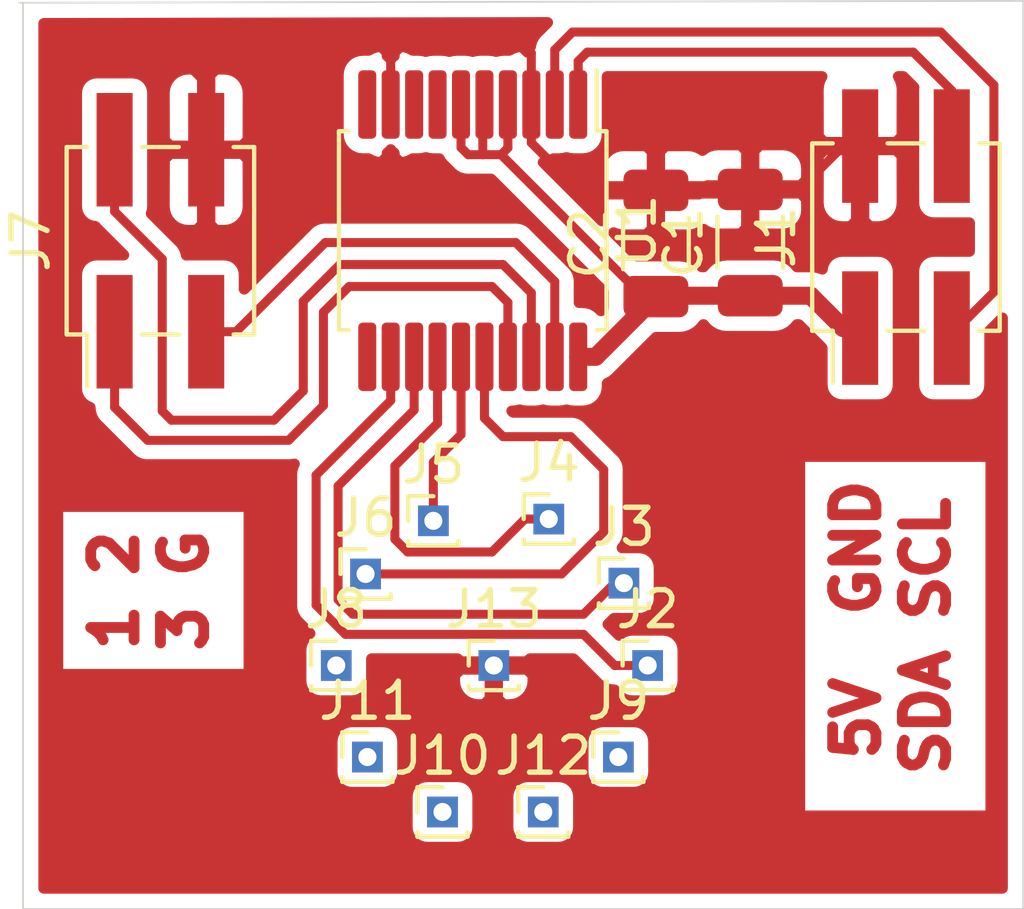
<source format=kicad_pcb>
(kicad_pcb (version 20171130) (host pcbnew "(5.1.7)-1")

  (general
    (thickness 1.6)
    (drawings 13)
    (tracks 115)
    (zones 0)
    (modules 16)
    (nets 13)
  )

  (page A4)
  (layers
    (0 F.Cu signal)
    (31 B.Cu signal)
    (32 B.Adhes user)
    (33 F.Adhes user)
    (34 B.Paste user)
    (35 F.Paste user)
    (36 B.SilkS user)
    (37 F.SilkS user)
    (38 B.Mask user)
    (39 F.Mask user)
    (40 Dwgs.User user hide)
    (41 Cmts.User user)
    (42 Eco1.User user)
    (43 Eco2.User user)
    (44 Edge.Cuts user)
    (45 Margin user)
    (46 B.CrtYd user)
    (47 F.CrtYd user)
    (48 B.Fab user)
    (49 F.Fab user hide)
  )

  (setup
    (last_trace_width 0.25)
    (user_trace_width 0.5)
    (trace_clearance 0.2)
    (zone_clearance 0.4)
    (zone_45_only yes)
    (trace_min 0.2)
    (via_size 0.8)
    (via_drill 0.4)
    (via_min_size 0.4)
    (via_min_drill 0.3)
    (uvia_size 0.3)
    (uvia_drill 0.1)
    (uvias_allowed no)
    (uvia_min_size 0.2)
    (uvia_min_drill 0.1)
    (edge_width 0.05)
    (segment_width 0.2)
    (pcb_text_width 0.3)
    (pcb_text_size 1.5 1.5)
    (mod_edge_width 0.12)
    (mod_text_size 1 1)
    (mod_text_width 0.15)
    (pad_size 1.524 1.524)
    (pad_drill 0.762)
    (pad_to_mask_clearance 0)
    (aux_axis_origin 0 0)
    (visible_elements 7FFFFFFF)
    (pcbplotparams
      (layerselection 0x010fc_ffffffff)
      (usegerberextensions false)
      (usegerberattributes true)
      (usegerberadvancedattributes true)
      (creategerberjobfile true)
      (excludeedgelayer true)
      (linewidth 0.100000)
      (plotframeref false)
      (viasonmask false)
      (mode 1)
      (useauxorigin false)
      (hpglpennumber 1)
      (hpglpenspeed 20)
      (hpglpendiameter 15.000000)
      (psnegative false)
      (psa4output false)
      (plotreference true)
      (plotvalue true)
      (plotinvisibletext false)
      (padsonsilk false)
      (subtractmaskfromsilk false)
      (outputformat 1)
      (mirror false)
      (drillshape 1)
      (scaleselection 1)
      (outputdirectory ""))
  )

  (net 0 "")
  (net 1 GND)
  (net 2 +5V)
  (net 3 "Net-(J1-Pad3)")
  (net 4 "Net-(J1-Pad4)")
  (net 5 "Net-(J2-Pad1)")
  (net 6 "Net-(J3-Pad1)")
  (net 7 "Net-(J4-Pad1)")
  (net 8 "Net-(J5-Pad1)")
  (net 9 "Net-(J6-Pad1)")
  (net 10 "Net-(J7-Pad3)")
  (net 11 "Net-(J7-Pad2)")
  (net 12 "Net-(J7-Pad1)")

  (net_class Default "This is the default net class."
    (clearance 0.2)
    (trace_width 0.25)
    (via_dia 0.8)
    (via_drill 0.4)
    (uvia_dia 0.3)
    (uvia_drill 0.1)
    (add_net +5V)
    (add_net GND)
    (add_net "Net-(J1-Pad3)")
    (add_net "Net-(J1-Pad4)")
    (add_net "Net-(J2-Pad1)")
    (add_net "Net-(J3-Pad1)")
    (add_net "Net-(J4-Pad1)")
    (add_net "Net-(J5-Pad1)")
    (add_net "Net-(J6-Pad1)")
    (add_net "Net-(J7-Pad1)")
    (add_net "Net-(J7-Pad2)")
    (add_net "Net-(J7-Pad3)")
  )

  (module Capacitor_SMD:C_1206_3216Metric (layer F.Cu) (tedit 5F68FEEE) (tstamp 5FB593EC)
    (at 95.5548 56.2864 90)
    (descr "Capacitor SMD 1206 (3216 Metric), square (rectangular) end terminal, IPC_7351 nominal, (Body size source: IPC-SM-782 page 76, https://www.pcb-3d.com/wordpress/wp-content/uploads/ipc-sm-782a_amendment_1_and_2.pdf), generated with kicad-footprint-generator")
    (tags capacitor)
    (path /60277977)
    (attr smd)
    (fp_text reference C1 (at 0 -1.85 90) (layer F.SilkS)
      (effects (font (size 1 1) (thickness 0.15)))
    )
    (fp_text value C (at 0 1.85 90) (layer F.Fab)
      (effects (font (size 1 1) (thickness 0.15)))
    )
    (fp_line (start 2.3 1.15) (end -2.3 1.15) (layer F.CrtYd) (width 0.05))
    (fp_line (start 2.3 -1.15) (end 2.3 1.15) (layer F.CrtYd) (width 0.05))
    (fp_line (start -2.3 -1.15) (end 2.3 -1.15) (layer F.CrtYd) (width 0.05))
    (fp_line (start -2.3 1.15) (end -2.3 -1.15) (layer F.CrtYd) (width 0.05))
    (fp_line (start -0.711252 0.91) (end 0.711252 0.91) (layer F.SilkS) (width 0.12))
    (fp_line (start -0.711252 -0.91) (end 0.711252 -0.91) (layer F.SilkS) (width 0.12))
    (fp_line (start 1.6 0.8) (end -1.6 0.8) (layer F.Fab) (width 0.1))
    (fp_line (start 1.6 -0.8) (end 1.6 0.8) (layer F.Fab) (width 0.1))
    (fp_line (start -1.6 -0.8) (end 1.6 -0.8) (layer F.Fab) (width 0.1))
    (fp_line (start -1.6 0.8) (end -1.6 -0.8) (layer F.Fab) (width 0.1))
    (fp_text user %R (at 0 0 90) (layer F.Fab)
      (effects (font (size 0.8 0.8) (thickness 0.12)))
    )
    (pad 2 smd roundrect (at 1.475 0 90) (size 1.15 1.8) (layers F.Cu F.Paste F.Mask) (roundrect_rratio 0.217391)
      (net 1 GND))
    (pad 1 smd roundrect (at -1.475 0 90) (size 1.15 1.8) (layers F.Cu F.Paste F.Mask) (roundrect_rratio 0.217391)
      (net 2 +5V))
    (model ${KISYS3DMOD}/Capacitor_SMD.3dshapes/C_1206_3216Metric.wrl
      (at (xyz 0 0 0))
      (scale (xyz 1 1 1))
      (rotate (xyz 0 0 0))
    )
  )

  (module Capacitor_SMD:C_1206_3216Metric (layer F.Cu) (tedit 5F68FEEE) (tstamp 5FB593FD)
    (at 92.9386 56.3118 90)
    (descr "Capacitor SMD 1206 (3216 Metric), square (rectangular) end terminal, IPC_7351 nominal, (Body size source: IPC-SM-782 page 76, https://www.pcb-3d.com/wordpress/wp-content/uploads/ipc-sm-782a_amendment_1_and_2.pdf), generated with kicad-footprint-generator")
    (tags capacitor)
    (path /60274E5A)
    (attr smd)
    (fp_text reference C2 (at 0 -1.85 270) (layer F.SilkS)
      (effects (font (size 1 1) (thickness 0.15)))
    )
    (fp_text value C (at 0 1.85 270) (layer F.Fab)
      (effects (font (size 1 1) (thickness 0.15)))
    )
    (fp_line (start -1.6 0.8) (end -1.6 -0.8) (layer F.Fab) (width 0.1))
    (fp_line (start -1.6 -0.8) (end 1.6 -0.8) (layer F.Fab) (width 0.1))
    (fp_line (start 1.6 -0.8) (end 1.6 0.8) (layer F.Fab) (width 0.1))
    (fp_line (start 1.6 0.8) (end -1.6 0.8) (layer F.Fab) (width 0.1))
    (fp_line (start -0.711252 -0.91) (end 0.711252 -0.91) (layer F.SilkS) (width 0.12))
    (fp_line (start -0.711252 0.91) (end 0.711252 0.91) (layer F.SilkS) (width 0.12))
    (fp_line (start -2.3 1.15) (end -2.3 -1.15) (layer F.CrtYd) (width 0.05))
    (fp_line (start -2.3 -1.15) (end 2.3 -1.15) (layer F.CrtYd) (width 0.05))
    (fp_line (start 2.3 -1.15) (end 2.3 1.15) (layer F.CrtYd) (width 0.05))
    (fp_line (start 2.3 1.15) (end -2.3 1.15) (layer F.CrtYd) (width 0.05))
    (fp_text user %R (at 0 0 270) (layer F.Fab)
      (effects (font (size 0.8 0.8) (thickness 0.12)))
    )
    (pad 1 smd roundrect (at -1.475 0 90) (size 1.15 1.8) (layers F.Cu F.Paste F.Mask) (roundrect_rratio 0.217391)
      (net 2 +5V))
    (pad 2 smd roundrect (at 1.475 0 90) (size 1.15 1.8) (layers F.Cu F.Paste F.Mask) (roundrect_rratio 0.217391)
      (net 1 GND))
    (model ${KISYS3DMOD}/Capacitor_SMD.3dshapes/C_1206_3216Metric.wrl
      (at (xyz 0 0 0))
      (scale (xyz 1 1 1))
      (rotate (xyz 0 0 0))
    )
  )

  (module Connector_PinHeader_2.54mm:PinHeader_2x02_P2.54mm_Vertical_SMD (layer F.Cu) (tedit 59FED5CC) (tstamp 5FB59424)
    (at 99.8728 56.134 90)
    (descr "surface-mounted straight pin header, 2x02, 2.54mm pitch, double rows")
    (tags "Surface mounted pin header SMD 2x02 2.54mm double row")
    (path /602699E5)
    (attr smd)
    (fp_text reference J1 (at 0 -3.6 90) (layer F.SilkS)
      (effects (font (size 1 1) (thickness 0.15)))
    )
    (fp_text value ARD (at 0 3.6 90) (layer F.Fab)
      (effects (font (size 1 1) (thickness 0.15)))
    )
    (fp_line (start 2.54 2.54) (end -2.54 2.54) (layer F.Fab) (width 0.1))
    (fp_line (start -1.59 -2.54) (end 2.54 -2.54) (layer F.Fab) (width 0.1))
    (fp_line (start -2.54 2.54) (end -2.54 -1.59) (layer F.Fab) (width 0.1))
    (fp_line (start -2.54 -1.59) (end -1.59 -2.54) (layer F.Fab) (width 0.1))
    (fp_line (start 2.54 -2.54) (end 2.54 2.54) (layer F.Fab) (width 0.1))
    (fp_line (start -2.54 -1.59) (end -3.6 -1.59) (layer F.Fab) (width 0.1))
    (fp_line (start -3.6 -1.59) (end -3.6 -0.95) (layer F.Fab) (width 0.1))
    (fp_line (start -3.6 -0.95) (end -2.54 -0.95) (layer F.Fab) (width 0.1))
    (fp_line (start 2.54 -1.59) (end 3.6 -1.59) (layer F.Fab) (width 0.1))
    (fp_line (start 3.6 -1.59) (end 3.6 -0.95) (layer F.Fab) (width 0.1))
    (fp_line (start 3.6 -0.95) (end 2.54 -0.95) (layer F.Fab) (width 0.1))
    (fp_line (start -2.54 0.95) (end -3.6 0.95) (layer F.Fab) (width 0.1))
    (fp_line (start -3.6 0.95) (end -3.6 1.59) (layer F.Fab) (width 0.1))
    (fp_line (start -3.6 1.59) (end -2.54 1.59) (layer F.Fab) (width 0.1))
    (fp_line (start 2.54 0.95) (end 3.6 0.95) (layer F.Fab) (width 0.1))
    (fp_line (start 3.6 0.95) (end 3.6 1.59) (layer F.Fab) (width 0.1))
    (fp_line (start 3.6 1.59) (end 2.54 1.59) (layer F.Fab) (width 0.1))
    (fp_line (start -2.6 -2.6) (end 2.6 -2.6) (layer F.SilkS) (width 0.12))
    (fp_line (start -2.6 2.6) (end 2.6 2.6) (layer F.SilkS) (width 0.12))
    (fp_line (start -4.04 -2.03) (end -2.6 -2.03) (layer F.SilkS) (width 0.12))
    (fp_line (start -2.6 -2.6) (end -2.6 -2.03) (layer F.SilkS) (width 0.12))
    (fp_line (start 2.6 -2.6) (end 2.6 -2.03) (layer F.SilkS) (width 0.12))
    (fp_line (start -2.6 2.03) (end -2.6 2.6) (layer F.SilkS) (width 0.12))
    (fp_line (start 2.6 2.03) (end 2.6 2.6) (layer F.SilkS) (width 0.12))
    (fp_line (start -2.6 -0.51) (end -2.6 0.51) (layer F.SilkS) (width 0.12))
    (fp_line (start 2.6 -0.51) (end 2.6 0.51) (layer F.SilkS) (width 0.12))
    (fp_line (start -5.9 -3.05) (end -5.9 3.05) (layer F.CrtYd) (width 0.05))
    (fp_line (start -5.9 3.05) (end 5.9 3.05) (layer F.CrtYd) (width 0.05))
    (fp_line (start 5.9 3.05) (end 5.9 -3.05) (layer F.CrtYd) (width 0.05))
    (fp_line (start 5.9 -3.05) (end -5.9 -3.05) (layer F.CrtYd) (width 0.05))
    (fp_text user %R (at 0 0 180) (layer F.Fab)
      (effects (font (size 1 1) (thickness 0.15)))
    )
    (pad 1 smd rect (at -2.525 -1.27 90) (size 3.15 1) (layers F.Cu F.Paste F.Mask)
      (net 2 +5V))
    (pad 2 smd rect (at 2.525 -1.27 90) (size 3.15 1) (layers F.Cu F.Paste F.Mask)
      (net 1 GND))
    (pad 3 smd rect (at -2.525 1.27 90) (size 3.15 1) (layers F.Cu F.Paste F.Mask)
      (net 3 "Net-(J1-Pad3)"))
    (pad 4 smd rect (at 2.525 1.27 90) (size 3.15 1) (layers F.Cu F.Paste F.Mask)
      (net 4 "Net-(J1-Pad4)"))
    (model ${KISYS3DMOD}/Connector_PinHeader_2.54mm.3dshapes/PinHeader_2x02_P2.54mm_Vertical_SMD.wrl
      (at (xyz 0 0 0))
      (scale (xyz 1 1 1))
      (rotate (xyz 0 0 0))
    )
  )

  (module Connector_PinHeader_2.54mm:PinHeader_2x02_P2.54mm_Vertical_SMD (layer F.Cu) (tedit 59FED5CC) (tstamp 5FB594B4)
    (at 79.1972 56.2356 90)
    (descr "surface-mounted straight pin header, 2x02, 2.54mm pitch, double rows")
    (tags "Surface mounted pin header SMD 2x02 2.54mm double row")
    (path /6026A18E)
    (attr smd)
    (fp_text reference J7 (at 0 -3.6 90) (layer F.SilkS)
      (effects (font (size 1 1) (thickness 0.15)))
    )
    (fp_text value AUX (at 0 3.6 90) (layer F.Fab)
      (effects (font (size 1 1) (thickness 0.15)))
    )
    (fp_line (start 5.9 -3.05) (end -5.9 -3.05) (layer F.CrtYd) (width 0.05))
    (fp_line (start 5.9 3.05) (end 5.9 -3.05) (layer F.CrtYd) (width 0.05))
    (fp_line (start -5.9 3.05) (end 5.9 3.05) (layer F.CrtYd) (width 0.05))
    (fp_line (start -5.9 -3.05) (end -5.9 3.05) (layer F.CrtYd) (width 0.05))
    (fp_line (start 2.6 -0.51) (end 2.6 0.51) (layer F.SilkS) (width 0.12))
    (fp_line (start -2.6 -0.51) (end -2.6 0.51) (layer F.SilkS) (width 0.12))
    (fp_line (start 2.6 2.03) (end 2.6 2.6) (layer F.SilkS) (width 0.12))
    (fp_line (start -2.6 2.03) (end -2.6 2.6) (layer F.SilkS) (width 0.12))
    (fp_line (start 2.6 -2.6) (end 2.6 -2.03) (layer F.SilkS) (width 0.12))
    (fp_line (start -2.6 -2.6) (end -2.6 -2.03) (layer F.SilkS) (width 0.12))
    (fp_line (start -4.04 -2.03) (end -2.6 -2.03) (layer F.SilkS) (width 0.12))
    (fp_line (start -2.6 2.6) (end 2.6 2.6) (layer F.SilkS) (width 0.12))
    (fp_line (start -2.6 -2.6) (end 2.6 -2.6) (layer F.SilkS) (width 0.12))
    (fp_line (start 3.6 1.59) (end 2.54 1.59) (layer F.Fab) (width 0.1))
    (fp_line (start 3.6 0.95) (end 3.6 1.59) (layer F.Fab) (width 0.1))
    (fp_line (start 2.54 0.95) (end 3.6 0.95) (layer F.Fab) (width 0.1))
    (fp_line (start -3.6 1.59) (end -2.54 1.59) (layer F.Fab) (width 0.1))
    (fp_line (start -3.6 0.95) (end -3.6 1.59) (layer F.Fab) (width 0.1))
    (fp_line (start -2.54 0.95) (end -3.6 0.95) (layer F.Fab) (width 0.1))
    (fp_line (start 3.6 -0.95) (end 2.54 -0.95) (layer F.Fab) (width 0.1))
    (fp_line (start 3.6 -1.59) (end 3.6 -0.95) (layer F.Fab) (width 0.1))
    (fp_line (start 2.54 -1.59) (end 3.6 -1.59) (layer F.Fab) (width 0.1))
    (fp_line (start -3.6 -0.95) (end -2.54 -0.95) (layer F.Fab) (width 0.1))
    (fp_line (start -3.6 -1.59) (end -3.6 -0.95) (layer F.Fab) (width 0.1))
    (fp_line (start -2.54 -1.59) (end -3.6 -1.59) (layer F.Fab) (width 0.1))
    (fp_line (start 2.54 -2.54) (end 2.54 2.54) (layer F.Fab) (width 0.1))
    (fp_line (start -2.54 -1.59) (end -1.59 -2.54) (layer F.Fab) (width 0.1))
    (fp_line (start -2.54 2.54) (end -2.54 -1.59) (layer F.Fab) (width 0.1))
    (fp_line (start -1.59 -2.54) (end 2.54 -2.54) (layer F.Fab) (width 0.1))
    (fp_line (start 2.54 2.54) (end -2.54 2.54) (layer F.Fab) (width 0.1))
    (fp_text user %R (at 0 0 180) (layer F.Fab)
      (effects (font (size 1 1) (thickness 0.15)))
    )
    (pad 4 smd rect (at 2.525 1.27 90) (size 3.15 1) (layers F.Cu F.Paste F.Mask)
      (net 1 GND))
    (pad 3 smd rect (at -2.525 1.27 90) (size 3.15 1) (layers F.Cu F.Paste F.Mask)
      (net 10 "Net-(J7-Pad3)"))
    (pad 2 smd rect (at 2.525 -1.27 90) (size 3.15 1) (layers F.Cu F.Paste F.Mask)
      (net 11 "Net-(J7-Pad2)"))
    (pad 1 smd rect (at -2.525 -1.27 90) (size 3.15 1) (layers F.Cu F.Paste F.Mask)
      (net 12 "Net-(J7-Pad1)"))
    (model ${KISYS3DMOD}/Connector_PinHeader_2.54mm.3dshapes/PinHeader_2x02_P2.54mm_Vertical_SMD.wrl
      (at (xyz 0 0 0))
      (scale (xyz 1 1 1))
      (rotate (xyz 0 0 0))
    )
  )

  (module Package_SO:SSOP-20_5.3x7.2mm_P0.65mm (layer F.Cu) (tedit 5D9F72B1) (tstamp 5FB5955D)
    (at 87.8586 55.9562 270)
    (descr "SSOP, 20 Pin (http://ww1.microchip.com/downloads/en/DeviceDoc/40001800C.pdf), generated with kicad-footprint-generator ipc_gullwing_generator.py")
    (tags "SSOP SO")
    (path /60268E1C)
    (attr smd)
    (fp_text reference U1 (at 0 -4.55 90) (layer F.SilkS)
      (effects (font (size 1 1) (thickness 0.15)))
    )
    (fp_text value MCP23008-xSS (at 0 4.55 90) (layer F.Fab)
      (effects (font (size 1 1) (thickness 0.15)))
    )
    (fp_line (start 0 3.71) (end 2.76 3.71) (layer F.SilkS) (width 0.12))
    (fp_line (start 2.76 3.71) (end 2.76 3.435) (layer F.SilkS) (width 0.12))
    (fp_line (start 0 3.71) (end -2.76 3.71) (layer F.SilkS) (width 0.12))
    (fp_line (start -2.76 3.71) (end -2.76 3.435) (layer F.SilkS) (width 0.12))
    (fp_line (start 0 -3.71) (end 2.76 -3.71) (layer F.SilkS) (width 0.12))
    (fp_line (start 2.76 -3.71) (end 2.76 -3.435) (layer F.SilkS) (width 0.12))
    (fp_line (start 0 -3.71) (end -2.76 -3.71) (layer F.SilkS) (width 0.12))
    (fp_line (start -2.76 -3.71) (end -2.76 -3.435) (layer F.SilkS) (width 0.12))
    (fp_line (start -2.76 -3.435) (end -4.45 -3.435) (layer F.SilkS) (width 0.12))
    (fp_line (start -1.65 -3.6) (end 2.65 -3.6) (layer F.Fab) (width 0.1))
    (fp_line (start 2.65 -3.6) (end 2.65 3.6) (layer F.Fab) (width 0.1))
    (fp_line (start 2.65 3.6) (end -2.65 3.6) (layer F.Fab) (width 0.1))
    (fp_line (start -2.65 3.6) (end -2.65 -2.6) (layer F.Fab) (width 0.1))
    (fp_line (start -2.65 -2.6) (end -1.65 -3.6) (layer F.Fab) (width 0.1))
    (fp_line (start -4.7 -3.85) (end -4.7 3.85) (layer F.CrtYd) (width 0.05))
    (fp_line (start -4.7 3.85) (end 4.7 3.85) (layer F.CrtYd) (width 0.05))
    (fp_line (start 4.7 3.85) (end 4.7 -3.85) (layer F.CrtYd) (width 0.05))
    (fp_line (start 4.7 -3.85) (end -4.7 -3.85) (layer F.CrtYd) (width 0.05))
    (fp_text user %R (at 0 0 90) (layer F.Fab)
      (effects (font (size 1 1) (thickness 0.15)))
    )
    (pad 1 smd roundrect (at -3.5 -2.925 270) (size 1.9 0.5) (layers F.Cu F.Paste F.Mask) (roundrect_rratio 0.25)
      (net 4 "Net-(J1-Pad4)"))
    (pad 2 smd roundrect (at -3.5 -2.275 270) (size 1.9 0.5) (layers F.Cu F.Paste F.Mask) (roundrect_rratio 0.25)
      (net 3 "Net-(J1-Pad3)"))
    (pad 3 smd roundrect (at -3.5 -1.625 270) (size 1.9 0.5) (layers F.Cu F.Paste F.Mask) (roundrect_rratio 0.25)
      (net 1 GND))
    (pad 4 smd roundrect (at -3.5 -0.975 270) (size 1.9 0.5) (layers F.Cu F.Paste F.Mask) (roundrect_rratio 0.25)
      (net 2 +5V))
    (pad 5 smd roundrect (at -3.5 -0.325 270) (size 1.9 0.5) (layers F.Cu F.Paste F.Mask) (roundrect_rratio 0.25)
      (net 2 +5V))
    (pad 6 smd roundrect (at -3.5 0.325 270) (size 1.9 0.5) (layers F.Cu F.Paste F.Mask) (roundrect_rratio 0.25)
      (net 2 +5V))
    (pad 7 smd roundrect (at -3.5 0.975 270) (size 1.9 0.5) (layers F.Cu F.Paste F.Mask) (roundrect_rratio 0.25))
    (pad 8 smd roundrect (at -3.5 1.625 270) (size 1.9 0.5) (layers F.Cu F.Paste F.Mask) (roundrect_rratio 0.25))
    (pad 9 smd roundrect (at -3.5 2.275 270) (size 1.9 0.5) (layers F.Cu F.Paste F.Mask) (roundrect_rratio 0.25)
      (net 1 GND))
    (pad 10 smd roundrect (at -3.5 2.925 270) (size 1.9 0.5) (layers F.Cu F.Paste F.Mask) (roundrect_rratio 0.25))
    (pad 11 smd roundrect (at 3.5 2.925 270) (size 1.9 0.5) (layers F.Cu F.Paste F.Mask) (roundrect_rratio 0.25))
    (pad 12 smd roundrect (at 3.5 2.275 270) (size 1.9 0.5) (layers F.Cu F.Paste F.Mask) (roundrect_rratio 0.25)
      (net 5 "Net-(J2-Pad1)"))
    (pad 13 smd roundrect (at 3.5 1.625 270) (size 1.9 0.5) (layers F.Cu F.Paste F.Mask) (roundrect_rratio 0.25)
      (net 6 "Net-(J3-Pad1)"))
    (pad 14 smd roundrect (at 3.5 0.975 270) (size 1.9 0.5) (layers F.Cu F.Paste F.Mask) (roundrect_rratio 0.25)
      (net 7 "Net-(J4-Pad1)"))
    (pad 15 smd roundrect (at 3.5 0.325 270) (size 1.9 0.5) (layers F.Cu F.Paste F.Mask) (roundrect_rratio 0.25)
      (net 8 "Net-(J5-Pad1)"))
    (pad 16 smd roundrect (at 3.5 -0.325 270) (size 1.9 0.5) (layers F.Cu F.Paste F.Mask) (roundrect_rratio 0.25)
      (net 9 "Net-(J6-Pad1)"))
    (pad 17 smd roundrect (at 3.5 -0.975 270) (size 1.9 0.5) (layers F.Cu F.Paste F.Mask) (roundrect_rratio 0.25)
      (net 12 "Net-(J7-Pad1)"))
    (pad 18 smd roundrect (at 3.5 -1.625 270) (size 1.9 0.5) (layers F.Cu F.Paste F.Mask) (roundrect_rratio 0.25)
      (net 11 "Net-(J7-Pad2)"))
    (pad 19 smd roundrect (at 3.5 -2.275 270) (size 1.9 0.5) (layers F.Cu F.Paste F.Mask) (roundrect_rratio 0.25)
      (net 10 "Net-(J7-Pad3)"))
    (pad 20 smd roundrect (at 3.5 -2.925 270) (size 1.9 0.5) (layers F.Cu F.Paste F.Mask) (roundrect_rratio 0.25)
      (net 2 +5V))
    (model ${KISYS3DMOD}/Package_SO.3dshapes/SSOP-20_5.3x7.2mm_P0.65mm.wrl
      (at (xyz 0 0 0))
      (scale (xyz 1 1 1))
      (rotate (xyz 0 0 0))
    )
  )

  (module Connector_PinHeader_1.00mm:PinHeader_1x01_P1.00mm_Vertical (layer F.Cu) (tedit 59FED738) (tstamp 5FB3F701)
    (at 92.71 68.0212)
    (descr "Through hole straight pin header, 1x01, 1.00mm pitch, single row")
    (tags "Through hole pin header THT 1x01 1.00mm single row")
    (path /6026CA49)
    (fp_text reference J2 (at 0 -1.56) (layer F.SilkS)
      (effects (font (size 1 1) (thickness 0.15)))
    )
    (fp_text value SRC_1 (at 0 1.56) (layer F.Fab)
      (effects (font (size 1 1) (thickness 0.15)))
    )
    (fp_line (start 1.15 -1) (end -1.15 -1) (layer F.CrtYd) (width 0.05))
    (fp_line (start 1.15 1) (end 1.15 -1) (layer F.CrtYd) (width 0.05))
    (fp_line (start -1.15 1) (end 1.15 1) (layer F.CrtYd) (width 0.05))
    (fp_line (start -1.15 -1) (end -1.15 1) (layer F.CrtYd) (width 0.05))
    (fp_line (start -0.695 -0.685) (end 0 -0.685) (layer F.SilkS) (width 0.12))
    (fp_line (start -0.695 0) (end -0.695 -0.685) (layer F.SilkS) (width 0.12))
    (fp_line (start 0.608276 0.685) (end 0.695 0.685) (layer F.SilkS) (width 0.12))
    (fp_line (start -0.695 0.685) (end -0.608276 0.685) (layer F.SilkS) (width 0.12))
    (fp_line (start 0.695 0.685) (end 0.695 0.56) (layer F.SilkS) (width 0.12))
    (fp_line (start -0.695 0.685) (end -0.695 0.56) (layer F.SilkS) (width 0.12))
    (fp_line (start -0.695 0.685) (end 0.695 0.685) (layer F.SilkS) (width 0.12))
    (fp_line (start -0.635 -0.1825) (end -0.3175 -0.5) (layer F.Fab) (width 0.1))
    (fp_line (start -0.635 0.5) (end -0.635 -0.1825) (layer F.Fab) (width 0.1))
    (fp_line (start 0.635 0.5) (end -0.635 0.5) (layer F.Fab) (width 0.1))
    (fp_line (start 0.635 -0.5) (end 0.635 0.5) (layer F.Fab) (width 0.1))
    (fp_line (start -0.3175 -0.5) (end 0.635 -0.5) (layer F.Fab) (width 0.1))
    (fp_text user %R (at 0 0 90) (layer F.Fab)
      (effects (font (size 0.76 0.76) (thickness 0.114)))
    )
    (pad 1 thru_hole rect (at 0 0) (size 0.85 0.85) (drill 0.5) (layers *.Cu *.Mask)
      (net 5 "Net-(J2-Pad1)"))
    (model ${KISYS3DMOD}/Connector_PinHeader_1.00mm.3dshapes/PinHeader_1x01_P1.00mm_Vertical.wrl
      (at (xyz 0 0 0))
      (scale (xyz 1 1 1))
      (rotate (xyz 0 0 0))
    )
  )

  (module Connector_PinHeader_1.00mm:PinHeader_1x01_P1.00mm_Vertical (layer F.Cu) (tedit 59FED738) (tstamp 5FB3F716)
    (at 92.0496 65.7352)
    (descr "Through hole straight pin header, 1x01, 1.00mm pitch, single row")
    (tags "Through hole pin header THT 1x01 1.00mm single row")
    (path /6026C806)
    (fp_text reference J3 (at 0 -1.56) (layer F.SilkS)
      (effects (font (size 1 1) (thickness 0.15)))
    )
    (fp_text value SRC_2 (at 0 1.56) (layer F.Fab)
      (effects (font (size 1 1) (thickness 0.15)))
    )
    (fp_line (start -0.3175 -0.5) (end 0.635 -0.5) (layer F.Fab) (width 0.1))
    (fp_line (start 0.635 -0.5) (end 0.635 0.5) (layer F.Fab) (width 0.1))
    (fp_line (start 0.635 0.5) (end -0.635 0.5) (layer F.Fab) (width 0.1))
    (fp_line (start -0.635 0.5) (end -0.635 -0.1825) (layer F.Fab) (width 0.1))
    (fp_line (start -0.635 -0.1825) (end -0.3175 -0.5) (layer F.Fab) (width 0.1))
    (fp_line (start -0.695 0.685) (end 0.695 0.685) (layer F.SilkS) (width 0.12))
    (fp_line (start -0.695 0.685) (end -0.695 0.56) (layer F.SilkS) (width 0.12))
    (fp_line (start 0.695 0.685) (end 0.695 0.56) (layer F.SilkS) (width 0.12))
    (fp_line (start -0.695 0.685) (end -0.608276 0.685) (layer F.SilkS) (width 0.12))
    (fp_line (start 0.608276 0.685) (end 0.695 0.685) (layer F.SilkS) (width 0.12))
    (fp_line (start -0.695 0) (end -0.695 -0.685) (layer F.SilkS) (width 0.12))
    (fp_line (start -0.695 -0.685) (end 0 -0.685) (layer F.SilkS) (width 0.12))
    (fp_line (start -1.15 -1) (end -1.15 1) (layer F.CrtYd) (width 0.05))
    (fp_line (start -1.15 1) (end 1.15 1) (layer F.CrtYd) (width 0.05))
    (fp_line (start 1.15 1) (end 1.15 -1) (layer F.CrtYd) (width 0.05))
    (fp_line (start 1.15 -1) (end -1.15 -1) (layer F.CrtYd) (width 0.05))
    (fp_text user %R (at 0 0 90) (layer F.Fab)
      (effects (font (size 0.76 0.76) (thickness 0.114)))
    )
    (pad 1 thru_hole rect (at 0 0) (size 0.85 0.85) (drill 0.5) (layers *.Cu *.Mask)
      (net 6 "Net-(J3-Pad1)"))
    (model ${KISYS3DMOD}/Connector_PinHeader_1.00mm.3dshapes/PinHeader_1x01_P1.00mm_Vertical.wrl
      (at (xyz 0 0 0))
      (scale (xyz 1 1 1))
      (rotate (xyz 0 0 0))
    )
  )

  (module Connector_PinHeader_1.00mm:PinHeader_1x01_P1.00mm_Vertical (layer F.Cu) (tedit 59FED738) (tstamp 5FB3F72B)
    (at 89.9668 63.9572)
    (descr "Through hole straight pin header, 1x01, 1.00mm pitch, single row")
    (tags "Through hole pin header THT 1x01 1.00mm single row")
    (path /6026C4F6)
    (fp_text reference J4 (at 0 -1.56) (layer F.SilkS)
      (effects (font (size 1 1) (thickness 0.15)))
    )
    (fp_text value SRC_3 (at 0 1.56) (layer F.Fab)
      (effects (font (size 1 1) (thickness 0.15)))
    )
    (fp_line (start 1.15 -1) (end -1.15 -1) (layer F.CrtYd) (width 0.05))
    (fp_line (start 1.15 1) (end 1.15 -1) (layer F.CrtYd) (width 0.05))
    (fp_line (start -1.15 1) (end 1.15 1) (layer F.CrtYd) (width 0.05))
    (fp_line (start -1.15 -1) (end -1.15 1) (layer F.CrtYd) (width 0.05))
    (fp_line (start -0.695 -0.685) (end 0 -0.685) (layer F.SilkS) (width 0.12))
    (fp_line (start -0.695 0) (end -0.695 -0.685) (layer F.SilkS) (width 0.12))
    (fp_line (start 0.608276 0.685) (end 0.695 0.685) (layer F.SilkS) (width 0.12))
    (fp_line (start -0.695 0.685) (end -0.608276 0.685) (layer F.SilkS) (width 0.12))
    (fp_line (start 0.695 0.685) (end 0.695 0.56) (layer F.SilkS) (width 0.12))
    (fp_line (start -0.695 0.685) (end -0.695 0.56) (layer F.SilkS) (width 0.12))
    (fp_line (start -0.695 0.685) (end 0.695 0.685) (layer F.SilkS) (width 0.12))
    (fp_line (start -0.635 -0.1825) (end -0.3175 -0.5) (layer F.Fab) (width 0.1))
    (fp_line (start -0.635 0.5) (end -0.635 -0.1825) (layer F.Fab) (width 0.1))
    (fp_line (start 0.635 0.5) (end -0.635 0.5) (layer F.Fab) (width 0.1))
    (fp_line (start 0.635 -0.5) (end 0.635 0.5) (layer F.Fab) (width 0.1))
    (fp_line (start -0.3175 -0.5) (end 0.635 -0.5) (layer F.Fab) (width 0.1))
    (fp_text user %R (at 0 0 90) (layer F.Fab)
      (effects (font (size 0.76 0.76) (thickness 0.114)))
    )
    (pad 1 thru_hole rect (at 0 0) (size 0.85 0.85) (drill 0.5) (layers *.Cu *.Mask)
      (net 7 "Net-(J4-Pad1)"))
    (model ${KISYS3DMOD}/Connector_PinHeader_1.00mm.3dshapes/PinHeader_1x01_P1.00mm_Vertical.wrl
      (at (xyz 0 0 0))
      (scale (xyz 1 1 1))
      (rotate (xyz 0 0 0))
    )
  )

  (module Connector_PinHeader_1.00mm:PinHeader_1x01_P1.00mm_Vertical (layer F.Cu) (tedit 59FED738) (tstamp 5FB3F740)
    (at 86.7664 64.008)
    (descr "Through hole straight pin header, 1x01, 1.00mm pitch, single row")
    (tags "Through hole pin header THT 1x01 1.00mm single row")
    (path /6026C28A)
    (fp_text reference J5 (at 0 -1.56) (layer F.SilkS)
      (effects (font (size 1 1) (thickness 0.15)))
    )
    (fp_text value SRC_4 (at 0 1.56) (layer F.Fab)
      (effects (font (size 1 1) (thickness 0.15)))
    )
    (fp_line (start -0.3175 -0.5) (end 0.635 -0.5) (layer F.Fab) (width 0.1))
    (fp_line (start 0.635 -0.5) (end 0.635 0.5) (layer F.Fab) (width 0.1))
    (fp_line (start 0.635 0.5) (end -0.635 0.5) (layer F.Fab) (width 0.1))
    (fp_line (start -0.635 0.5) (end -0.635 -0.1825) (layer F.Fab) (width 0.1))
    (fp_line (start -0.635 -0.1825) (end -0.3175 -0.5) (layer F.Fab) (width 0.1))
    (fp_line (start -0.695 0.685) (end 0.695 0.685) (layer F.SilkS) (width 0.12))
    (fp_line (start -0.695 0.685) (end -0.695 0.56) (layer F.SilkS) (width 0.12))
    (fp_line (start 0.695 0.685) (end 0.695 0.56) (layer F.SilkS) (width 0.12))
    (fp_line (start -0.695 0.685) (end -0.608276 0.685) (layer F.SilkS) (width 0.12))
    (fp_line (start 0.608276 0.685) (end 0.695 0.685) (layer F.SilkS) (width 0.12))
    (fp_line (start -0.695 0) (end -0.695 -0.685) (layer F.SilkS) (width 0.12))
    (fp_line (start -0.695 -0.685) (end 0 -0.685) (layer F.SilkS) (width 0.12))
    (fp_line (start -1.15 -1) (end -1.15 1) (layer F.CrtYd) (width 0.05))
    (fp_line (start -1.15 1) (end 1.15 1) (layer F.CrtYd) (width 0.05))
    (fp_line (start 1.15 1) (end 1.15 -1) (layer F.CrtYd) (width 0.05))
    (fp_line (start 1.15 -1) (end -1.15 -1) (layer F.CrtYd) (width 0.05))
    (fp_text user %R (at 0 0 90) (layer F.Fab)
      (effects (font (size 0.76 0.76) (thickness 0.114)))
    )
    (pad 1 thru_hole rect (at 0 0) (size 0.85 0.85) (drill 0.5) (layers *.Cu *.Mask)
      (net 8 "Net-(J5-Pad1)"))
    (model ${KISYS3DMOD}/Connector_PinHeader_1.00mm.3dshapes/PinHeader_1x01_P1.00mm_Vertical.wrl
      (at (xyz 0 0 0))
      (scale (xyz 1 1 1))
      (rotate (xyz 0 0 0))
    )
  )

  (module Connector_PinHeader_1.00mm:PinHeader_1x01_P1.00mm_Vertical (layer F.Cu) (tedit 59FED738) (tstamp 5FB3F755)
    (at 84.8868 65.4812)
    (descr "Through hole straight pin header, 1x01, 1.00mm pitch, single row")
    (tags "Through hole pin header THT 1x01 1.00mm single row")
    (path /6026BAD1)
    (fp_text reference J6 (at 0 -1.56) (layer F.SilkS)
      (effects (font (size 1 1) (thickness 0.15)))
    )
    (fp_text value SRC_5 (at 0 1.56) (layer F.Fab)
      (effects (font (size 1 1) (thickness 0.15)))
    )
    (fp_line (start 1.15 -1) (end -1.15 -1) (layer F.CrtYd) (width 0.05))
    (fp_line (start 1.15 1) (end 1.15 -1) (layer F.CrtYd) (width 0.05))
    (fp_line (start -1.15 1) (end 1.15 1) (layer F.CrtYd) (width 0.05))
    (fp_line (start -1.15 -1) (end -1.15 1) (layer F.CrtYd) (width 0.05))
    (fp_line (start -0.695 -0.685) (end 0 -0.685) (layer F.SilkS) (width 0.12))
    (fp_line (start -0.695 0) (end -0.695 -0.685) (layer F.SilkS) (width 0.12))
    (fp_line (start 0.608276 0.685) (end 0.695 0.685) (layer F.SilkS) (width 0.12))
    (fp_line (start -0.695 0.685) (end -0.608276 0.685) (layer F.SilkS) (width 0.12))
    (fp_line (start 0.695 0.685) (end 0.695 0.56) (layer F.SilkS) (width 0.12))
    (fp_line (start -0.695 0.685) (end -0.695 0.56) (layer F.SilkS) (width 0.12))
    (fp_line (start -0.695 0.685) (end 0.695 0.685) (layer F.SilkS) (width 0.12))
    (fp_line (start -0.635 -0.1825) (end -0.3175 -0.5) (layer F.Fab) (width 0.1))
    (fp_line (start -0.635 0.5) (end -0.635 -0.1825) (layer F.Fab) (width 0.1))
    (fp_line (start 0.635 0.5) (end -0.635 0.5) (layer F.Fab) (width 0.1))
    (fp_line (start 0.635 -0.5) (end 0.635 0.5) (layer F.Fab) (width 0.1))
    (fp_line (start -0.3175 -0.5) (end 0.635 -0.5) (layer F.Fab) (width 0.1))
    (fp_text user %R (at 0 0 90) (layer F.Fab)
      (effects (font (size 0.76 0.76) (thickness 0.114)))
    )
    (pad 1 thru_hole rect (at 0 0) (size 0.85 0.85) (drill 0.5) (layers *.Cu *.Mask)
      (net 9 "Net-(J6-Pad1)"))
    (model ${KISYS3DMOD}/Connector_PinHeader_1.00mm.3dshapes/PinHeader_1x01_P1.00mm_Vertical.wrl
      (at (xyz 0 0 0))
      (scale (xyz 1 1 1))
      (rotate (xyz 0 0 0))
    )
  )

  (module Connector_PinHeader_1.00mm:PinHeader_1x01_P1.00mm_Vertical (layer F.Cu) (tedit 59FED738) (tstamp 5FB3F76A)
    (at 84.074 68.0212)
    (descr "Through hole straight pin header, 1x01, 1.00mm pitch, single row")
    (tags "Through hole pin header THT 1x01 1.00mm single row")
    (path /60280BEE)
    (fp_text reference J8 (at 0 -1.56) (layer F.SilkS)
      (effects (font (size 1 1) (thickness 0.15)))
    )
    (fp_text value SRC_6 (at 0 1.56) (layer F.Fab)
      (effects (font (size 1 1) (thickness 0.15)))
    )
    (fp_line (start -0.3175 -0.5) (end 0.635 -0.5) (layer F.Fab) (width 0.1))
    (fp_line (start 0.635 -0.5) (end 0.635 0.5) (layer F.Fab) (width 0.1))
    (fp_line (start 0.635 0.5) (end -0.635 0.5) (layer F.Fab) (width 0.1))
    (fp_line (start -0.635 0.5) (end -0.635 -0.1825) (layer F.Fab) (width 0.1))
    (fp_line (start -0.635 -0.1825) (end -0.3175 -0.5) (layer F.Fab) (width 0.1))
    (fp_line (start -0.695 0.685) (end 0.695 0.685) (layer F.SilkS) (width 0.12))
    (fp_line (start -0.695 0.685) (end -0.695 0.56) (layer F.SilkS) (width 0.12))
    (fp_line (start 0.695 0.685) (end 0.695 0.56) (layer F.SilkS) (width 0.12))
    (fp_line (start -0.695 0.685) (end -0.608276 0.685) (layer F.SilkS) (width 0.12))
    (fp_line (start 0.608276 0.685) (end 0.695 0.685) (layer F.SilkS) (width 0.12))
    (fp_line (start -0.695 0) (end -0.695 -0.685) (layer F.SilkS) (width 0.12))
    (fp_line (start -0.695 -0.685) (end 0 -0.685) (layer F.SilkS) (width 0.12))
    (fp_line (start -1.15 -1) (end -1.15 1) (layer F.CrtYd) (width 0.05))
    (fp_line (start -1.15 1) (end 1.15 1) (layer F.CrtYd) (width 0.05))
    (fp_line (start 1.15 1) (end 1.15 -1) (layer F.CrtYd) (width 0.05))
    (fp_line (start 1.15 -1) (end -1.15 -1) (layer F.CrtYd) (width 0.05))
    (fp_text user %R (at 0 0 90) (layer F.Fab)
      (effects (font (size 0.76 0.76) (thickness 0.114)))
    )
    (pad 1 thru_hole rect (at 0 0) (size 0.85 0.85) (drill 0.5) (layers *.Cu *.Mask))
    (model ${KISYS3DMOD}/Connector_PinHeader_1.00mm.3dshapes/PinHeader_1x01_P1.00mm_Vertical.wrl
      (at (xyz 0 0 0))
      (scale (xyz 1 1 1))
      (rotate (xyz 0 0 0))
    )
  )

  (module Connector_PinHeader_1.00mm:PinHeader_1x01_P1.00mm_Vertical (layer F.Cu) (tedit 59FED738) (tstamp 5FB3F77F)
    (at 91.8972 70.5612)
    (descr "Through hole straight pin header, 1x01, 1.00mm pitch, single row")
    (tags "Through hole pin header THT 1x01 1.00mm single row")
    (path /6028100D)
    (fp_text reference J9 (at 0 -1.56) (layer F.SilkS)
      (effects (font (size 1 1) (thickness 0.15)))
    )
    (fp_text value SRC_7 (at 0 1.56) (layer F.Fab)
      (effects (font (size 1 1) (thickness 0.15)))
    )
    (fp_line (start 1.15 -1) (end -1.15 -1) (layer F.CrtYd) (width 0.05))
    (fp_line (start 1.15 1) (end 1.15 -1) (layer F.CrtYd) (width 0.05))
    (fp_line (start -1.15 1) (end 1.15 1) (layer F.CrtYd) (width 0.05))
    (fp_line (start -1.15 -1) (end -1.15 1) (layer F.CrtYd) (width 0.05))
    (fp_line (start -0.695 -0.685) (end 0 -0.685) (layer F.SilkS) (width 0.12))
    (fp_line (start -0.695 0) (end -0.695 -0.685) (layer F.SilkS) (width 0.12))
    (fp_line (start 0.608276 0.685) (end 0.695 0.685) (layer F.SilkS) (width 0.12))
    (fp_line (start -0.695 0.685) (end -0.608276 0.685) (layer F.SilkS) (width 0.12))
    (fp_line (start 0.695 0.685) (end 0.695 0.56) (layer F.SilkS) (width 0.12))
    (fp_line (start -0.695 0.685) (end -0.695 0.56) (layer F.SilkS) (width 0.12))
    (fp_line (start -0.695 0.685) (end 0.695 0.685) (layer F.SilkS) (width 0.12))
    (fp_line (start -0.635 -0.1825) (end -0.3175 -0.5) (layer F.Fab) (width 0.1))
    (fp_line (start -0.635 0.5) (end -0.635 -0.1825) (layer F.Fab) (width 0.1))
    (fp_line (start 0.635 0.5) (end -0.635 0.5) (layer F.Fab) (width 0.1))
    (fp_line (start 0.635 -0.5) (end 0.635 0.5) (layer F.Fab) (width 0.1))
    (fp_line (start -0.3175 -0.5) (end 0.635 -0.5) (layer F.Fab) (width 0.1))
    (fp_text user %R (at 0 0 90) (layer F.Fab)
      (effects (font (size 0.76 0.76) (thickness 0.114)))
    )
    (pad 1 thru_hole rect (at 0 0) (size 0.85 0.85) (drill 0.5) (layers *.Cu *.Mask))
    (model ${KISYS3DMOD}/Connector_PinHeader_1.00mm.3dshapes/PinHeader_1x01_P1.00mm_Vertical.wrl
      (at (xyz 0 0 0))
      (scale (xyz 1 1 1))
      (rotate (xyz 0 0 0))
    )
  )

  (module Connector_PinHeader_1.00mm:PinHeader_1x01_P1.00mm_Vertical (layer F.Cu) (tedit 59FED738) (tstamp 5FB3F794)
    (at 87.0204 72.0852)
    (descr "Through hole straight pin header, 1x01, 1.00mm pitch, single row")
    (tags "Through hole pin header THT 1x01 1.00mm single row")
    (path /60281154)
    (fp_text reference J10 (at 0 -1.56) (layer F.SilkS)
      (effects (font (size 1 1) (thickness 0.15)))
    )
    (fp_text value SRC_8 (at 0 1.56) (layer F.Fab)
      (effects (font (size 1 1) (thickness 0.15)))
    )
    (fp_line (start -0.3175 -0.5) (end 0.635 -0.5) (layer F.Fab) (width 0.1))
    (fp_line (start 0.635 -0.5) (end 0.635 0.5) (layer F.Fab) (width 0.1))
    (fp_line (start 0.635 0.5) (end -0.635 0.5) (layer F.Fab) (width 0.1))
    (fp_line (start -0.635 0.5) (end -0.635 -0.1825) (layer F.Fab) (width 0.1))
    (fp_line (start -0.635 -0.1825) (end -0.3175 -0.5) (layer F.Fab) (width 0.1))
    (fp_line (start -0.695 0.685) (end 0.695 0.685) (layer F.SilkS) (width 0.12))
    (fp_line (start -0.695 0.685) (end -0.695 0.56) (layer F.SilkS) (width 0.12))
    (fp_line (start 0.695 0.685) (end 0.695 0.56) (layer F.SilkS) (width 0.12))
    (fp_line (start -0.695 0.685) (end -0.608276 0.685) (layer F.SilkS) (width 0.12))
    (fp_line (start 0.608276 0.685) (end 0.695 0.685) (layer F.SilkS) (width 0.12))
    (fp_line (start -0.695 0) (end -0.695 -0.685) (layer F.SilkS) (width 0.12))
    (fp_line (start -0.695 -0.685) (end 0 -0.685) (layer F.SilkS) (width 0.12))
    (fp_line (start -1.15 -1) (end -1.15 1) (layer F.CrtYd) (width 0.05))
    (fp_line (start -1.15 1) (end 1.15 1) (layer F.CrtYd) (width 0.05))
    (fp_line (start 1.15 1) (end 1.15 -1) (layer F.CrtYd) (width 0.05))
    (fp_line (start 1.15 -1) (end -1.15 -1) (layer F.CrtYd) (width 0.05))
    (fp_text user %R (at 0 0 90) (layer F.Fab)
      (effects (font (size 0.76 0.76) (thickness 0.114)))
    )
    (pad 1 thru_hole rect (at 0 0) (size 0.85 0.85) (drill 0.5) (layers *.Cu *.Mask))
    (model ${KISYS3DMOD}/Connector_PinHeader_1.00mm.3dshapes/PinHeader_1x01_P1.00mm_Vertical.wrl
      (at (xyz 0 0 0))
      (scale (xyz 1 1 1))
      (rotate (xyz 0 0 0))
    )
  )

  (module Connector_PinHeader_1.00mm:PinHeader_1x01_P1.00mm_Vertical (layer F.Cu) (tedit 59FED738) (tstamp 5FB3F7A9)
    (at 84.9376 70.5612)
    (descr "Through hole straight pin header, 1x01, 1.00mm pitch, single row")
    (tags "Through hole pin header THT 1x01 1.00mm single row")
    (path /6028131A)
    (fp_text reference J11 (at 0 -1.56) (layer F.SilkS)
      (effects (font (size 1 1) (thickness 0.15)))
    )
    (fp_text value SRC_9 (at 0 1.56) (layer F.Fab)
      (effects (font (size 1 1) (thickness 0.15)))
    )
    (fp_line (start 1.15 -1) (end -1.15 -1) (layer F.CrtYd) (width 0.05))
    (fp_line (start 1.15 1) (end 1.15 -1) (layer F.CrtYd) (width 0.05))
    (fp_line (start -1.15 1) (end 1.15 1) (layer F.CrtYd) (width 0.05))
    (fp_line (start -1.15 -1) (end -1.15 1) (layer F.CrtYd) (width 0.05))
    (fp_line (start -0.695 -0.685) (end 0 -0.685) (layer F.SilkS) (width 0.12))
    (fp_line (start -0.695 0) (end -0.695 -0.685) (layer F.SilkS) (width 0.12))
    (fp_line (start 0.608276 0.685) (end 0.695 0.685) (layer F.SilkS) (width 0.12))
    (fp_line (start -0.695 0.685) (end -0.608276 0.685) (layer F.SilkS) (width 0.12))
    (fp_line (start 0.695 0.685) (end 0.695 0.56) (layer F.SilkS) (width 0.12))
    (fp_line (start -0.695 0.685) (end -0.695 0.56) (layer F.SilkS) (width 0.12))
    (fp_line (start -0.695 0.685) (end 0.695 0.685) (layer F.SilkS) (width 0.12))
    (fp_line (start -0.635 -0.1825) (end -0.3175 -0.5) (layer F.Fab) (width 0.1))
    (fp_line (start -0.635 0.5) (end -0.635 -0.1825) (layer F.Fab) (width 0.1))
    (fp_line (start 0.635 0.5) (end -0.635 0.5) (layer F.Fab) (width 0.1))
    (fp_line (start 0.635 -0.5) (end 0.635 0.5) (layer F.Fab) (width 0.1))
    (fp_line (start -0.3175 -0.5) (end 0.635 -0.5) (layer F.Fab) (width 0.1))
    (fp_text user %R (at 0 0 90) (layer F.Fab)
      (effects (font (size 0.76 0.76) (thickness 0.114)))
    )
    (pad 1 thru_hole rect (at 0 0) (size 0.85 0.85) (drill 0.5) (layers *.Cu *.Mask))
    (model ${KISYS3DMOD}/Connector_PinHeader_1.00mm.3dshapes/PinHeader_1x01_P1.00mm_Vertical.wrl
      (at (xyz 0 0 0))
      (scale (xyz 1 1 1))
      (rotate (xyz 0 0 0))
    )
  )

  (module Connector_PinHeader_1.00mm:PinHeader_1x01_P1.00mm_Vertical (layer F.Cu) (tedit 59FED738) (tstamp 5FB3F7BE)
    (at 89.8144 72.0852)
    (descr "Through hole straight pin header, 1x01, 1.00mm pitch, single row")
    (tags "Through hole pin header THT 1x01 1.00mm single row")
    (path /602814CB)
    (fp_text reference J12 (at 0 -1.56) (layer F.SilkS)
      (effects (font (size 1 1) (thickness 0.15)))
    )
    (fp_text value SRC_10 (at 0 1.56) (layer F.Fab)
      (effects (font (size 1 1) (thickness 0.15)))
    )
    (fp_line (start -0.3175 -0.5) (end 0.635 -0.5) (layer F.Fab) (width 0.1))
    (fp_line (start 0.635 -0.5) (end 0.635 0.5) (layer F.Fab) (width 0.1))
    (fp_line (start 0.635 0.5) (end -0.635 0.5) (layer F.Fab) (width 0.1))
    (fp_line (start -0.635 0.5) (end -0.635 -0.1825) (layer F.Fab) (width 0.1))
    (fp_line (start -0.635 -0.1825) (end -0.3175 -0.5) (layer F.Fab) (width 0.1))
    (fp_line (start -0.695 0.685) (end 0.695 0.685) (layer F.SilkS) (width 0.12))
    (fp_line (start -0.695 0.685) (end -0.695 0.56) (layer F.SilkS) (width 0.12))
    (fp_line (start 0.695 0.685) (end 0.695 0.56) (layer F.SilkS) (width 0.12))
    (fp_line (start -0.695 0.685) (end -0.608276 0.685) (layer F.SilkS) (width 0.12))
    (fp_line (start 0.608276 0.685) (end 0.695 0.685) (layer F.SilkS) (width 0.12))
    (fp_line (start -0.695 0) (end -0.695 -0.685) (layer F.SilkS) (width 0.12))
    (fp_line (start -0.695 -0.685) (end 0 -0.685) (layer F.SilkS) (width 0.12))
    (fp_line (start -1.15 -1) (end -1.15 1) (layer F.CrtYd) (width 0.05))
    (fp_line (start -1.15 1) (end 1.15 1) (layer F.CrtYd) (width 0.05))
    (fp_line (start 1.15 1) (end 1.15 -1) (layer F.CrtYd) (width 0.05))
    (fp_line (start 1.15 -1) (end -1.15 -1) (layer F.CrtYd) (width 0.05))
    (fp_text user %R (at 0 0 90) (layer F.Fab)
      (effects (font (size 0.76 0.76) (thickness 0.114)))
    )
    (pad 1 thru_hole rect (at 0 0) (size 0.85 0.85) (drill 0.5) (layers *.Cu *.Mask))
    (model ${KISYS3DMOD}/Connector_PinHeader_1.00mm.3dshapes/PinHeader_1x01_P1.00mm_Vertical.wrl
      (at (xyz 0 0 0))
      (scale (xyz 1 1 1))
      (rotate (xyz 0 0 0))
    )
  )

  (module Connector_PinHeader_1.00mm:PinHeader_1x01_P1.00mm_Vertical (layer F.Cu) (tedit 59FED738) (tstamp 5FB3F7D3)
    (at 88.4428 68.0212)
    (descr "Through hole straight pin header, 1x01, 1.00mm pitch, single row")
    (tags "Through hole pin header THT 1x01 1.00mm single row")
    (path /60285333)
    (fp_text reference J13 (at 0 -1.56) (layer F.SilkS)
      (effects (font (size 1 1) (thickness 0.15)))
    )
    (fp_text value SRC_GND (at 0 1.56) (layer F.Fab)
      (effects (font (size 1 1) (thickness 0.15)))
    )
    (fp_line (start 1.15 -1) (end -1.15 -1) (layer F.CrtYd) (width 0.05))
    (fp_line (start 1.15 1) (end 1.15 -1) (layer F.CrtYd) (width 0.05))
    (fp_line (start -1.15 1) (end 1.15 1) (layer F.CrtYd) (width 0.05))
    (fp_line (start -1.15 -1) (end -1.15 1) (layer F.CrtYd) (width 0.05))
    (fp_line (start -0.695 -0.685) (end 0 -0.685) (layer F.SilkS) (width 0.12))
    (fp_line (start -0.695 0) (end -0.695 -0.685) (layer F.SilkS) (width 0.12))
    (fp_line (start 0.608276 0.685) (end 0.695 0.685) (layer F.SilkS) (width 0.12))
    (fp_line (start -0.695 0.685) (end -0.608276 0.685) (layer F.SilkS) (width 0.12))
    (fp_line (start 0.695 0.685) (end 0.695 0.56) (layer F.SilkS) (width 0.12))
    (fp_line (start -0.695 0.685) (end -0.695 0.56) (layer F.SilkS) (width 0.12))
    (fp_line (start -0.695 0.685) (end 0.695 0.685) (layer F.SilkS) (width 0.12))
    (fp_line (start -0.635 -0.1825) (end -0.3175 -0.5) (layer F.Fab) (width 0.1))
    (fp_line (start -0.635 0.5) (end -0.635 -0.1825) (layer F.Fab) (width 0.1))
    (fp_line (start 0.635 0.5) (end -0.635 0.5) (layer F.Fab) (width 0.1))
    (fp_line (start 0.635 -0.5) (end 0.635 0.5) (layer F.Fab) (width 0.1))
    (fp_line (start -0.3175 -0.5) (end 0.635 -0.5) (layer F.Fab) (width 0.1))
    (fp_text user %R (at 0 0 90) (layer F.Fab)
      (effects (font (size 0.76 0.76) (thickness 0.114)))
    )
    (pad 1 thru_hole rect (at 0 0) (size 0.85 0.85) (drill 0.5) (layers *.Cu *.Mask)
      (net 1 GND))
    (model ${KISYS3DMOD}/Connector_PinHeader_1.00mm.3dshapes/PinHeader_1x01_P1.00mm_Vertical.wrl
      (at (xyz 0 0 0))
      (scale (xyz 1 1 1))
      (rotate (xyz 0 0 0))
    )
  )

  (gr_line (start 75.3872 74.7776) (end 75.3872 49.6316) (angle 90) (layer Edge.Cuts) (width 0.05))
  (gr_line (start 103.124 74.7776) (end 75.3872 74.7776) (angle 90) (layer Edge.Cuts) (width 0.05))
  (gr_line (start 103.124 49.5808) (end 103.124 74.7776) (angle 90) (layer Edge.Cuts) (width 0.05))
  (gr_line (start 75.2856 49.6316) (end 103.124 49.5808) (angle 90) (layer Edge.Cuts) (width 0.05))
  (dimension 25.1968 (width 0.15) (layer Dwgs.User)
    (gr_text "25,1968 mm" (at 118.0384 62.1792 270) (layer Dwgs.User)
      (effects (font (size 1 1) (thickness 0.15)))
    )
    (feature1 (pts (xy 88.4428 74.7776) (xy 117.324821 74.7776)))
    (feature2 (pts (xy 88.4428 49.5808) (xy 117.324821 49.5808)))
    (crossbar (pts (xy 116.7384 49.5808) (xy 116.7384 74.7776)))
    (arrow1a (pts (xy 116.7384 74.7776) (xy 116.151979 73.651096)))
    (arrow1b (pts (xy 116.7384 74.7776) (xy 117.324821 73.651096)))
    (arrow2a (pts (xy 116.7384 49.5808) (xy 116.151979 50.707304)))
    (arrow2b (pts (xy 116.7384 49.5808) (xy 117.324821 50.707304)))
  )
  (dimension 27.8384 (width 0.15) (layer Dwgs.User)
    (gr_text "27,8384 mm" (at 89.2048 36.4444) (layer Dwgs.User)
      (effects (font (size 1 1) (thickness 0.15)))
    )
    (feature1 (pts (xy 103.124 63.8556) (xy 103.124 37.157979)))
    (feature2 (pts (xy 75.2856 63.8556) (xy 75.2856 37.157979)))
    (crossbar (pts (xy 75.2856 37.7444) (xy 103.124 37.7444)))
    (arrow1a (pts (xy 103.124 37.7444) (xy 101.997496 38.330821)))
    (arrow1b (pts (xy 103.124 37.7444) (xy 101.997496 37.157979)))
    (arrow2a (pts (xy 75.2856 37.7444) (xy 76.412104 38.330821)))
    (arrow2b (pts (xy 75.2856 37.7444) (xy 76.412104 37.157979)))
  )
  (gr_text "1 2\n3 G" (at 78.8924 65.9384 90) (layer F.Cu) (tstamp 5FB4D186)
    (effects (font (size 1.2 1.2) (thickness 0.3)))
  )
  (gr_text " 5V  GND\nSDA SCL" (at 99.4664 67.2084 90) (layer F.Cu)
    (effects (font (size 1.2 1.2) (thickness 0.3)))
  )
  (gr_line (start 88.4428 72.9996) (end 88.4428 60.4012) (angle 90) (layer Dwgs.User) (width 0.15))
  (gr_line (start 78.6384 68.0212) (end 96.4692 68.0212) (angle 90) (layer Dwgs.User) (width 0.15))
  (gr_circle (center 88.4428 68.0212) (end 91.3384 71.2216) (layer Dwgs.User) (width 0.15))
  (dimension 4.318 (width 0.15) (layer Dwgs.User)
    (gr_text "0,1700 w" (at 86.2838 47.2648) (layer Dwgs.User)
      (effects (font (size 1 1) (thickness 0.15)))
    )
    (feature1 (pts (xy 88.4428 68.0212) (xy 88.4428 47.978379)))
    (feature2 (pts (xy 84.1248 68.0212) (xy 84.1248 47.978379)))
    (crossbar (pts (xy 84.1248 48.5648) (xy 88.4428 48.5648)))
    (arrow1a (pts (xy 88.4428 48.5648) (xy 87.316296 49.151221)))
    (arrow1b (pts (xy 88.4428 48.5648) (xy 87.316296 47.978379)))
    (arrow2a (pts (xy 84.1248 48.5648) (xy 85.251304 49.151221)))
    (arrow2b (pts (xy 84.1248 48.5648) (xy 85.251304 47.978379)))
  )
  (dimension 8.636 (width 0.15) (layer Dwgs.User)
    (gr_text "0,3400 w" (at 88.4428 46.0456) (layer Dwgs.User)
      (effects (font (size 1 1) (thickness 0.15)))
    )
    (feature1 (pts (xy 92.7608 68.072) (xy 92.7608 46.759179)))
    (feature2 (pts (xy 84.1248 68.072) (xy 84.1248 46.759179)))
    (crossbar (pts (xy 84.1248 47.3456) (xy 92.7608 47.3456)))
    (arrow1a (pts (xy 92.7608 47.3456) (xy 91.634296 47.932021)))
    (arrow1b (pts (xy 92.7608 47.3456) (xy 91.634296 46.759179)))
    (arrow2a (pts (xy 84.1248 47.3456) (xy 85.251304 47.932021)))
    (arrow2b (pts (xy 84.1248 47.3456) (xy 85.251304 46.759179)))
  )

  (segment (start 98.6028 53.609) (end 98.1306 53.609) (width 0.25) (layer F.Cu) (net 1) (status C00000))
  (segment (start 96.9282 54.8114) (end 95.5548 54.8114) (width 0.25) (layer F.Cu) (net 1) (tstamp 5FB4D0B3) (status 800000))
  (segment (start 98.1306 53.609) (end 96.9282 54.8114) (width 0.25) (layer F.Cu) (net 1) (tstamp 5FB4D0B2) (status 400000))
  (segment (start 95.5548 54.8114) (end 92.964 54.8114) (width 0.25) (layer F.Cu) (net 1) (status C00000))
  (segment (start 92.964 54.8114) (end 92.9386 54.8368) (width 0.25) (layer F.Cu) (net 1) (tstamp 5FB4D0B7) (status C00000))
  (segment (start 89.4836 52.4562) (end 89.4836 53.5172) (width 0.25) (layer F.Cu) (net 1) (status 400000))
  (segment (start 90.8032 54.8368) (end 92.9386 54.8368) (width 0.25) (layer F.Cu) (net 1) (tstamp 5FB4D0BB) (status 800000))
  (segment (start 89.4836 53.5172) (end 90.8032 54.8368) (width 0.25) (layer F.Cu) (net 1) (tstamp 5FB4D0BA))
  (segment (start 89.4836 52.4562) (end 89.4836 51.028) (width 0.25) (layer F.Cu) (net 1) (status 400000))
  (segment (start 85.5836 51.0684) (end 85.5836 52.4562) (width 0.25) (layer F.Cu) (net 1) (tstamp 5FB4D0F0) (status 800000))
  (segment (start 86.2076 50.4444) (end 85.5836 51.0684) (width 0.25) (layer F.Cu) (net 1) (tstamp 5FB4D0EF))
  (segment (start 88.9 50.4444) (end 86.2076 50.4444) (width 0.25) (layer F.Cu) (net 1) (tstamp 5FB4D0EE))
  (segment (start 89.4836 51.028) (end 88.9 50.4444) (width 0.25) (layer F.Cu) (net 1) (tstamp 5FB4D0ED))
  (segment (start 85.5836 51.0684) (end 85.5836 50.9888) (width 0.25) (layer F.Cu) (net 1))
  (segment (start 80.4672 51.7144) (end 80.4672 53.7106) (width 0.25) (layer F.Cu) (net 1) (tstamp 5FB4D0F7) (status 800000))
  (segment (start 81.7372 50.4444) (end 80.4672 51.7144) (width 0.25) (layer F.Cu) (net 1) (tstamp 5FB4D0F5))
  (segment (start 85.0392 50.4444) (end 81.7372 50.4444) (width 0.25) (layer F.Cu) (net 1) (tstamp 5FB4D0F4))
  (segment (start 85.5836 50.9888) (end 85.0392 50.4444) (width 0.25) (layer F.Cu) (net 1) (tstamp 5FB4D0F3))
  (segment (start 88.4428 68.0212) (end 86.7664 68.0212) (width 0.25) (layer F.Cu) (net 1) (status 400000))
  (segment (start 80.01 51.4096) (end 80.3148 51.7144) (width 0.25) (layer F.Cu) (net 1) (tstamp 5FB4D181))
  (segment (start 77.1652 51.4096) (end 80.01 51.4096) (width 0.25) (layer F.Cu) (net 1) (tstamp 5FB4D180))
  (segment (start 76.5048 52.07) (end 77.1652 51.4096) (width 0.25) (layer F.Cu) (net 1) (tstamp 5FB4D17F))
  (segment (start 76.5048 60.5028) (end 76.5048 52.07) (width 0.25) (layer F.Cu) (net 1) (tstamp 5FB4D17D))
  (segment (start 78.486 62.484) (end 76.5048 60.5028) (width 0.25) (layer F.Cu) (net 1) (tstamp 5FB4D17B))
  (segment (start 81.788 62.484) (end 78.486 62.484) (width 0.25) (layer F.Cu) (net 1) (tstamp 5FB4D17A))
  (segment (start 82.3468 63.0428) (end 81.788 62.484) (width 0.25) (layer F.Cu) (net 1) (tstamp 5FB4D179))
  (segment (start 82.3468 68.8848) (end 82.3468 63.0428) (width 0.25) (layer F.Cu) (net 1) (tstamp 5FB4D178))
  (segment (start 82.7532 69.2912) (end 82.3468 68.8848) (width 0.25) (layer F.Cu) (net 1) (tstamp 5FB4D177))
  (segment (start 85.4964 69.2912) (end 82.7532 69.2912) (width 0.25) (layer F.Cu) (net 1) (tstamp 5FB4D175))
  (segment (start 86.7664 68.0212) (end 85.4964 69.2912) (width 0.25) (layer F.Cu) (net 1) (tstamp 5FB4D173))
  (segment (start 98.6028 58.659) (end 98.1306 58.659) (width 0.5) (layer F.Cu) (net 2) (status C00000))
  (segment (start 97.233 57.7614) (end 95.5548 57.7614) (width 0.5) (layer F.Cu) (net 2) (tstamp 5FB4D09D) (status 800000))
  (segment (start 98.1306 58.659) (end 97.233 57.7614) (width 0.5) (layer F.Cu) (net 2) (tstamp 5FB4D09C) (status 400000))
  (segment (start 95.5548 57.7614) (end 92.964 57.7614) (width 0.5) (layer F.Cu) (net 2) (status C00000))
  (segment (start 92.964 57.7614) (end 92.9386 57.7868) (width 0.5) (layer F.Cu) (net 2) (tstamp 5FB4D0A0) (status C00000))
  (segment (start 90.7836 59.4562) (end 91.2692 59.4562) (width 0.5) (layer F.Cu) (net 2) (status 400000))
  (segment (start 91.2692 59.4562) (end 92.9386 57.7868) (width 0.5) (layer F.Cu) (net 2) (tstamp 5FB4D0A7) (status 800000))
  (segment (start 88.8336 52.4562) (end 88.8336 53.6604) (width 0.25) (layer F.Cu) (net 2) (status 400000))
  (segment (start 88.8336 53.6604) (end 88.646 53.848) (width 0.25) (layer F.Cu) (net 2) (tstamp 5FB4D0C0))
  (segment (start 87.5336 53.65) (end 87.5336 52.4562) (width 0.25) (layer F.Cu) (net 2) (tstamp 5FB4D0C3) (status 800000))
  (segment (start 87.7316 53.848) (end 87.5336 53.65) (width 0.25) (layer F.Cu) (net 2) (tstamp 5FB4D0C2))
  (segment (start 88.646 53.848) (end 88.138 53.848) (width 0.25) (layer F.Cu) (net 2) (tstamp 5FB4D0C1))
  (segment (start 88.138 53.848) (end 87.7316 53.848) (width 0.25) (layer F.Cu) (net 2) (tstamp 5FB4D0C6))
  (segment (start 88.138 53.848) (end 88.138 52.5018) (width 0.25) (layer F.Cu) (net 2) (status 800000))
  (segment (start 88.138 52.5018) (end 88.1836 52.4562) (width 0.25) (layer F.Cu) (net 2) (tstamp 5FB4D0C8) (status C00000))
  (segment (start 92.9386 57.7868) (end 92.5848 57.7868) (width 0.25) (layer F.Cu) (net 2) (status C00000))
  (segment (start 92.5848 57.7868) (end 88.646 53.848) (width 0.25) (layer F.Cu) (net 2) (tstamp 5FB4D0EA) (status 400000))
  (segment (start 101.1428 58.659) (end 101.3102 58.659) (width 0.25) (layer F.Cu) (net 3) (status C00000))
  (segment (start 90.1336 50.938) (end 90.1336 52.4562) (width 0.25) (layer F.Cu) (net 3) (tstamp 5FB4D0E4) (status 800000))
  (segment (start 90.6272 50.4444) (end 90.1336 50.938) (width 0.25) (layer F.Cu) (net 3) (tstamp 5FB4D0E3))
  (segment (start 100.838 50.4444) (end 90.6272 50.4444) (width 0.25) (layer F.Cu) (net 3) (tstamp 5FB4D0E1))
  (segment (start 102.3112 51.9176) (end 100.838 50.4444) (width 0.25) (layer F.Cu) (net 3) (tstamp 5FB4D0DF))
  (segment (start 102.3112 57.658) (end 102.3112 51.9176) (width 0.25) (layer F.Cu) (net 3) (tstamp 5FB4D0DD))
  (segment (start 101.3102 58.659) (end 102.3112 57.658) (width 0.25) (layer F.Cu) (net 3) (tstamp 5FB4D0DC) (status 400000))
  (segment (start 90.7836 52.4562) (end 90.7836 51.2532) (width 0.25) (layer F.Cu) (net 4) (status 400000))
  (segment (start 101.1428 52.07) (end 101.1428 53.609) (width 0.25) (layer F.Cu) (net 4) (tstamp 5FB50AA4) (status C00000))
  (segment (start 100.076 51.0032) (end 101.1428 52.07) (width 0.25) (layer F.Cu) (net 4) (tstamp 5FB50AA3) (status 800000))
  (segment (start 91.0336 51.0032) (end 100.076 51.0032) (width 0.25) (layer F.Cu) (net 4) (tstamp 5FB50AA2))
  (segment (start 90.7836 51.2532) (end 91.0336 51.0032) (width 0.25) (layer F.Cu) (net 4) (tstamp 5FB50AA1))
  (segment (start 85.5836 59.4562) (end 85.5836 60.6696) (width 0.25) (layer F.Cu) (net 5) (status 400000))
  (segment (start 91.7956 68.0212) (end 92.71 68.0212) (width 0.25) (layer F.Cu) (net 5) (tstamp 5FB509C5) (status 800000))
  (segment (start 90.932 67.1576) (end 91.7956 68.0212) (width 0.25) (layer F.Cu) (net 5) (tstamp 5FB509C4))
  (segment (start 84.328 67.1576) (end 90.932 67.1576) (width 0.25) (layer F.Cu) (net 5) (tstamp 5FB509C3))
  (segment (start 83.5152 66.3448) (end 84.328 67.1576) (width 0.25) (layer F.Cu) (net 5) (tstamp 5FB509C2))
  (segment (start 83.5152 62.738) (end 83.5152 66.3448) (width 0.25) (layer F.Cu) (net 5) (tstamp 5FB509C0))
  (segment (start 85.5836 60.6696) (end 83.5152 62.738) (width 0.25) (layer F.Cu) (net 5) (tstamp 5FB509BF))
  (segment (start 92.0496 65.7352) (end 91.7956 65.7352) (width 0.25) (layer F.Cu) (net 6) (status C00000))
  (segment (start 86.2336 60.934) (end 86.2336 59.4562) (width 0.25) (layer F.Cu) (net 6) (tstamp 5FB509B0) (status 800000))
  (segment (start 84.1248 63.0428) (end 86.2336 60.934) (width 0.25) (layer F.Cu) (net 6) (tstamp 5FB509AE))
  (segment (start 84.1248 66.1924) (end 84.1248 63.0428) (width 0.25) (layer F.Cu) (net 6) (tstamp 5FB509AD))
  (segment (start 84.5312 66.5988) (end 84.1248 66.1924) (width 0.25) (layer F.Cu) (net 6) (tstamp 5FB509AC))
  (segment (start 90.932 66.5988) (end 84.5312 66.5988) (width 0.25) (layer F.Cu) (net 6) (tstamp 5FB509AB))
  (segment (start 91.7956 65.7352) (end 90.932 66.5988) (width 0.25) (layer F.Cu) (net 6) (tstamp 5FB509AA) (status 400000))
  (segment (start 89.9668 63.9572) (end 89.3064 63.9572) (width 0.25) (layer F.Cu) (net 7) (status 400000))
  (segment (start 86.8836 61.3) (end 86.8836 59.4562) (width 0.25) (layer F.Cu) (net 7) (tstamp 5FB50A9C) (status 800000))
  (segment (start 85.6996 62.484) (end 86.8836 61.3) (width 0.25) (layer F.Cu) (net 7) (tstamp 5FB50A9A))
  (segment (start 85.6996 64.516) (end 85.6996 62.484) (width 0.25) (layer F.Cu) (net 7) (tstamp 5FB50A99))
  (segment (start 86.0552 64.8716) (end 85.6996 64.516) (width 0.25) (layer F.Cu) (net 7) (tstamp 5FB50A98))
  (segment (start 88.392 64.8716) (end 86.0552 64.8716) (width 0.25) (layer F.Cu) (net 7) (tstamp 5FB50A97))
  (segment (start 89.3064 63.9572) (end 88.392 64.8716) (width 0.25) (layer F.Cu) (net 7) (tstamp 5FB50A96))
  (segment (start 86.7664 64.008) (end 86.7664 62.3824) (width 0.25) (layer F.Cu) (net 8) (status 400000))
  (segment (start 87.5336 61.6152) (end 87.5336 59.4562) (width 0.25) (layer F.Cu) (net 8) (tstamp 5FB5099C) (status 800000))
  (segment (start 86.7664 62.3824) (end 87.5336 61.6152) (width 0.25) (layer F.Cu) (net 8) (tstamp 5FB5099B))
  (segment (start 84.8868 65.4812) (end 90.3224 65.4812) (width 0.25) (layer F.Cu) (net 9) (status 400000))
  (segment (start 88.1836 61.158) (end 88.1836 59.4562) (width 0.25) (layer F.Cu) (net 9) (tstamp 5FB50992) (status 800000))
  (segment (start 88.6968 61.6712) (end 88.1836 61.158) (width 0.25) (layer F.Cu) (net 9) (tstamp 5FB50991))
  (segment (start 90.5764 61.6712) (end 88.6968 61.6712) (width 0.25) (layer F.Cu) (net 9) (tstamp 5FB50990))
  (segment (start 91.4908 62.5856) (end 90.5764 61.6712) (width 0.25) (layer F.Cu) (net 9) (tstamp 5FB5098F))
  (segment (start 91.4908 64.3128) (end 91.4908 62.5856) (width 0.25) (layer F.Cu) (net 9) (tstamp 5FB5098D))
  (segment (start 90.3224 65.4812) (end 91.4908 64.3128) (width 0.25) (layer F.Cu) (net 9) (tstamp 5FB5098B))
  (segment (start 80.4672 58.7606) (end 81.295 58.7606) (width 0.25) (layer F.Cu) (net 10) (status 400000))
  (segment (start 90.1336 57.3676) (end 90.1336 59.4562) (width 0.25) (layer F.Cu) (net 10) (tstamp 5FB4D12B) (status 800000))
  (segment (start 89.0524 56.2864) (end 90.1336 57.3676) (width 0.25) (layer F.Cu) (net 10) (tstamp 5FB4D129))
  (segment (start 83.7692 56.2864) (end 89.0524 56.2864) (width 0.25) (layer F.Cu) (net 10) (tstamp 5FB4D127))
  (segment (start 81.295 58.7606) (end 83.7692 56.2864) (width 0.25) (layer F.Cu) (net 10) (tstamp 5FB4D126))
  (segment (start 89.4836 59.4562) (end 89.4836 57.6828) (width 0.25) (layer F.Cu) (net 11) (status 400000))
  (segment (start 77.9272 55.4228) (end 77.9272 53.7106) (width 0.25) (layer F.Cu) (net 11) (tstamp 5FB4D122) (status 800000))
  (segment (start 79.248 56.7436) (end 77.9272 55.4228) (width 0.25) (layer F.Cu) (net 11) (tstamp 5FB4D121))
  (segment (start 79.248 60.96) (end 79.248 56.7436) (width 0.25) (layer F.Cu) (net 11) (tstamp 5FB4D120))
  (segment (start 79.502 61.214) (end 79.248 60.96) (width 0.25) (layer F.Cu) (net 11) (tstamp 5FB4D11F))
  (segment (start 82.3468 61.214) (end 79.502 61.214) (width 0.25) (layer F.Cu) (net 11) (tstamp 5FB4D11E))
  (segment (start 83.1596 60.4012) (end 82.3468 61.214) (width 0.25) (layer F.Cu) (net 11) (tstamp 5FB4D11D))
  (segment (start 83.1596 57.912) (end 83.1596 60.4012) (width 0.25) (layer F.Cu) (net 11) (tstamp 5FB4D11B))
  (segment (start 84.1756 56.896) (end 83.1596 57.912) (width 0.25) (layer F.Cu) (net 11) (tstamp 5FB4D11A))
  (segment (start 88.6968 56.896) (end 84.1756 56.896) (width 0.25) (layer F.Cu) (net 11) (tstamp 5FB4D119))
  (segment (start 89.4836 57.6828) (end 88.6968 56.896) (width 0.25) (layer F.Cu) (net 11) (tstamp 5FB4D118))
  (segment (start 77.9272 58.7606) (end 77.9272 60.8584) (width 0.25) (layer F.Cu) (net 12) (status 400000))
  (segment (start 88.8336 57.9472) (end 88.8336 59.4562) (width 0.25) (layer F.Cu) (net 12) (tstamp 5FB4D115) (status 800000))
  (segment (start 88.392 57.5056) (end 88.8336 57.9472) (width 0.25) (layer F.Cu) (net 12) (tstamp 5FB4D114))
  (segment (start 84.4296 57.5056) (end 88.392 57.5056) (width 0.25) (layer F.Cu) (net 12) (tstamp 5FB4D113))
  (segment (start 83.7184 58.2168) (end 84.4296 57.5056) (width 0.25) (layer F.Cu) (net 12) (tstamp 5FB4D112))
  (segment (start 83.7184 60.8076) (end 83.7184 58.2168) (width 0.25) (layer F.Cu) (net 12) (tstamp 5FB4D111))
  (segment (start 82.7532 61.7728) (end 83.7184 60.8076) (width 0.25) (layer F.Cu) (net 12) (tstamp 5FB4D110))
  (segment (start 78.8416 61.7728) (end 82.7532 61.7728) (width 0.25) (layer F.Cu) (net 12) (tstamp 5FB4D10F))
  (segment (start 77.9272 60.8584) (end 78.8416 61.7728) (width 0.25) (layer F.Cu) (net 12) (tstamp 5FB4D10E))

  (zone (net 1) (net_name GND) (layer F.Cu) (tstamp 5FB4D192) (hatch edge 0.508)
    (connect_pads (clearance 0.4))
    (min_thickness 0.3)
    (fill yes (arc_segments 32) (thermal_gap 0.508) (thermal_bridge_width 0.508))
    (polygon
      (pts
        (xy 103.124 74.7776) (xy 75.3872 74.7776) (xy 75.3872 49.6316) (xy 103.124 49.6316)
      )
    )
    (filled_polygon
      (pts
        (xy 89.679744 50.437262) (xy 89.653994 50.458395) (xy 89.632863 50.484143) (xy 89.632856 50.48415) (xy 89.578049 50.550933)
        (xy 89.569642 50.561177) (xy 89.506964 50.67844) (xy 89.487186 50.743639) (xy 89.470287 50.79935) (xy 89.468367 50.805678)
        (xy 89.464179 50.8482) (xy 89.379598 50.8482) (xy 89.379598 51.008698) (xy 89.2191 50.8482) (xy 89.100936 50.858462)
        (xy 88.977117 50.89679) (xy 88.87238 50.953539) (xy 88.7086 50.953539) (xy 88.576395 50.96656) (xy 88.5086 50.987125)
        (xy 88.440805 50.96656) (xy 88.3086 50.953539) (xy 88.0586 50.953539) (xy 87.926395 50.96656) (xy 87.8586 50.987125)
        (xy 87.790805 50.96656) (xy 87.6586 50.953539) (xy 87.4086 50.953539) (xy 87.276395 50.96656) (xy 87.2086 50.987125)
        (xy 87.140805 50.96656) (xy 87.0086 50.953539) (xy 86.7586 50.953539) (xy 86.626395 50.96656) (xy 86.5586 50.987125)
        (xy 86.490805 50.96656) (xy 86.3586 50.953539) (xy 86.19482 50.953539) (xy 86.090083 50.89679) (xy 85.966264 50.858462)
        (xy 85.8481 50.8482) (xy 85.6836 51.0127) (xy 85.6836 51.107558) (xy 85.629421 51.152021) (xy 85.5836 51.207854)
        (xy 85.537779 51.152021) (xy 85.4836 51.107558) (xy 85.4836 51.0127) (xy 85.3191 50.8482) (xy 85.200936 50.858462)
        (xy 85.077117 50.89679) (xy 84.97238 50.953539) (xy 84.8086 50.953539) (xy 84.676395 50.96656) (xy 84.54927 51.005123)
        (xy 84.432112 51.067745) (xy 84.329421 51.152021) (xy 84.245145 51.254712) (xy 84.182523 51.37187) (xy 84.14396 51.498995)
        (xy 84.130939 51.6312) (xy 84.130939 53.2812) (xy 84.14396 53.413405) (xy 84.182523 53.54053) (xy 84.245145 53.657688)
        (xy 84.329421 53.760379) (xy 84.432112 53.844655) (xy 84.54927 53.907277) (xy 84.676395 53.94584) (xy 84.8086 53.958861)
        (xy 84.97238 53.958861) (xy 85.077117 54.01561) (xy 85.200936 54.053938) (xy 85.3191 54.0642) (xy 85.4836 53.8997)
        (xy 85.4836 53.804842) (xy 85.537779 53.760379) (xy 85.5836 53.704546) (xy 85.629421 53.760379) (xy 85.6836 53.804842)
        (xy 85.6836 53.8997) (xy 85.8481 54.0642) (xy 85.966264 54.053938) (xy 86.090083 54.01561) (xy 86.19482 53.958861)
        (xy 86.3586 53.958861) (xy 86.490805 53.94584) (xy 86.5586 53.925275) (xy 86.626395 53.94584) (xy 86.7586 53.958861)
        (xy 86.933316 53.958861) (xy 86.947728 53.985824) (xy 86.969643 54.026824) (xy 87.032856 54.10385) (xy 87.032863 54.103857)
        (xy 87.053994 54.129605) (xy 87.079745 54.150739) (xy 87.230854 54.301847) (xy 87.251994 54.327606) (xy 87.354776 54.411958)
        (xy 87.472039 54.474636) (xy 87.569662 54.50425) (xy 87.599276 54.513233) (xy 87.613099 54.514594) (xy 87.698441 54.523)
        (xy 87.698447 54.523) (xy 87.731599 54.526265) (xy 87.764751 54.523) (xy 88.104841 54.523) (xy 88.138 54.526266)
        (xy 88.171159 54.523) (xy 88.366406 54.523) (xy 91.485939 57.642533) (xy 91.485939 58.108091) (xy 91.412223 58.181806)
        (xy 91.387779 58.152021) (xy 91.285088 58.067745) (xy 91.16793 58.005123) (xy 91.040805 57.96656) (xy 90.9086 57.953539)
        (xy 90.8086 57.953539) (xy 90.8086 57.400752) (xy 90.811865 57.3676) (xy 90.8086 57.334448) (xy 90.8086 57.334441)
        (xy 90.798833 57.235277) (xy 90.798365 57.233734) (xy 90.760236 57.108038) (xy 90.726071 57.044121) (xy 90.697558 56.990776)
        (xy 90.683877 56.974106) (xy 90.634344 56.91375) (xy 90.634338 56.913744) (xy 90.613205 56.887994) (xy 90.587457 56.866863)
        (xy 89.553142 55.832548) (xy 89.532006 55.806794) (xy 89.429224 55.722442) (xy 89.311961 55.659764) (xy 89.184723 55.621167)
        (xy 89.085559 55.6114) (xy 89.085552 55.6114) (xy 89.0524 55.608135) (xy 89.019248 55.6114) (xy 83.802351 55.6114)
        (xy 83.769199 55.608135) (xy 83.736047 55.6114) (xy 83.736041 55.6114) (xy 83.650699 55.619806) (xy 83.636876 55.621167)
        (xy 83.598279 55.632876) (xy 83.509639 55.659764) (xy 83.392376 55.722442) (xy 83.289594 55.806794) (xy 83.268458 55.832548)
        (xy 81.519861 57.581145) (xy 81.519861 57.1856) (xy 81.509242 57.077781) (xy 81.477792 56.974106) (xy 81.426721 56.878558)
        (xy 81.35799 56.79481) (xy 81.274242 56.726079) (xy 81.178694 56.675008) (xy 81.075019 56.643558) (xy 80.9672 56.632939)
        (xy 79.9672 56.632939) (xy 79.915865 56.637995) (xy 79.913233 56.611277) (xy 79.874636 56.484039) (xy 79.811958 56.366776)
        (xy 79.727606 56.263994) (xy 79.701852 56.242858) (xy 78.94205 55.483056) (xy 78.969242 55.393419) (xy 78.979861 55.2856)
        (xy 79.306016 55.2856) (xy 79.31872 55.414591) (xy 79.356346 55.538624) (xy 79.417446 55.652934) (xy 79.499672 55.753128)
        (xy 79.599866 55.835354) (xy 79.714176 55.896454) (xy 79.838209 55.93408) (xy 79.9672 55.946784) (xy 80.1987 55.9436)
        (xy 80.3632 55.7791) (xy 80.3632 53.8146) (xy 80.5712 53.8146) (xy 80.5712 55.7791) (xy 80.7357 55.9436)
        (xy 80.9672 55.946784) (xy 81.096191 55.93408) (xy 81.220224 55.896454) (xy 81.334534 55.835354) (xy 81.434728 55.753128)
        (xy 81.516954 55.652934) (xy 81.578054 55.538624) (xy 81.61568 55.414591) (xy 81.628384 55.2856) (xy 81.6252 53.9791)
        (xy 81.4607 53.8146) (xy 80.5712 53.8146) (xy 80.3632 53.8146) (xy 79.4737 53.8146) (xy 79.3092 53.9791)
        (xy 79.306016 55.2856) (xy 78.979861 55.2856) (xy 78.979861 52.1356) (xy 79.306016 52.1356) (xy 79.3092 53.4421)
        (xy 79.4737 53.6066) (xy 80.3632 53.6066) (xy 80.3632 51.6421) (xy 80.5712 51.6421) (xy 80.5712 53.6066)
        (xy 81.4607 53.6066) (xy 81.6252 53.4421) (xy 81.628384 52.1356) (xy 81.61568 52.006609) (xy 81.578054 51.882576)
        (xy 81.516954 51.768266) (xy 81.434728 51.668072) (xy 81.334534 51.585846) (xy 81.220224 51.524746) (xy 81.096191 51.48712)
        (xy 80.9672 51.474416) (xy 80.7357 51.4776) (xy 80.5712 51.6421) (xy 80.3632 51.6421) (xy 80.1987 51.4776)
        (xy 79.9672 51.474416) (xy 79.838209 51.48712) (xy 79.714176 51.524746) (xy 79.599866 51.585846) (xy 79.499672 51.668072)
        (xy 79.417446 51.768266) (xy 79.356346 51.882576) (xy 79.31872 52.006609) (xy 79.306016 52.1356) (xy 78.979861 52.1356)
        (xy 78.969242 52.027781) (xy 78.937792 51.924106) (xy 78.886721 51.828558) (xy 78.81799 51.74481) (xy 78.734242 51.676079)
        (xy 78.638694 51.625008) (xy 78.535019 51.593558) (xy 78.4272 51.582939) (xy 77.4272 51.582939) (xy 77.319381 51.593558)
        (xy 77.215706 51.625008) (xy 77.120158 51.676079) (xy 77.03641 51.74481) (xy 76.967679 51.828558) (xy 76.916608 51.924106)
        (xy 76.885158 52.027781) (xy 76.874539 52.1356) (xy 76.874539 55.2856) (xy 76.885158 55.393419) (xy 76.916608 55.497094)
        (xy 76.967679 55.592642) (xy 77.03641 55.67639) (xy 77.120158 55.745121) (xy 77.215706 55.796192) (xy 77.319381 55.827642)
        (xy 77.392115 55.834806) (xy 77.426456 55.87665) (xy 77.426463 55.876657) (xy 77.447594 55.902405) (xy 77.473344 55.923538)
        (xy 78.182745 56.632939) (xy 77.4272 56.632939) (xy 77.319381 56.643558) (xy 77.215706 56.675008) (xy 77.120158 56.726079)
        (xy 77.03641 56.79481) (xy 76.967679 56.878558) (xy 76.916608 56.974106) (xy 76.885158 57.077781) (xy 76.874539 57.1856)
        (xy 76.874539 60.3356) (xy 76.885158 60.443419) (xy 76.916608 60.547094) (xy 76.967679 60.642642) (xy 77.03641 60.72639)
        (xy 77.120158 60.795121) (xy 77.215706 60.846192) (xy 77.249138 60.856334) (xy 77.248935 60.8584) (xy 77.261967 60.990723)
        (xy 77.300565 61.117961) (xy 77.363243 61.235224) (xy 77.426456 61.31225) (xy 77.426464 61.312258) (xy 77.447595 61.338006)
        (xy 77.473343 61.359137) (xy 78.340862 62.226657) (xy 78.361994 62.252406) (xy 78.387742 62.273537) (xy 78.387749 62.273544)
        (xy 78.451714 62.326038) (xy 78.464776 62.336758) (xy 78.582039 62.399436) (xy 78.670679 62.426324) (xy 78.709276 62.438033)
        (xy 78.721792 62.439266) (xy 78.808441 62.4478) (xy 78.808448 62.4478) (xy 78.8416 62.451065) (xy 78.874752 62.4478)
        (xy 82.720048 62.4478) (xy 82.7532 62.451065) (xy 82.786352 62.4478) (xy 82.786359 62.4478) (xy 82.885523 62.438033)
        (xy 82.91493 62.429113) (xy 82.888564 62.47844) (xy 82.877558 62.514723) (xy 82.856058 62.5856) (xy 82.849967 62.605678)
        (xy 82.8402 62.704842) (xy 82.8402 62.704848) (xy 82.836935 62.738) (xy 82.8402 62.771152) (xy 82.840201 66.311638)
        (xy 82.836935 66.3448) (xy 82.849967 66.477123) (xy 82.888565 66.604361) (xy 82.951243 66.721624) (xy 83.014456 66.79865)
        (xy 83.014464 66.798658) (xy 83.035595 66.824406) (xy 83.061343 66.845537) (xy 83.348818 67.133012) (xy 83.341958 67.136679)
        (xy 83.25821 67.20541) (xy 83.189479 67.289158) (xy 83.138408 67.384706) (xy 83.106958 67.488381) (xy 83.096339 67.5962)
        (xy 83.096339 68.4462) (xy 83.106958 68.554019) (xy 83.138408 68.657694) (xy 83.189479 68.753242) (xy 83.25821 68.83699)
        (xy 83.341958 68.905721) (xy 83.437506 68.956792) (xy 83.541181 68.988242) (xy 83.649 68.998861) (xy 84.499 68.998861)
        (xy 84.606819 68.988242) (xy 84.710494 68.956792) (xy 84.806042 68.905721) (xy 84.88979 68.83699) (xy 84.958521 68.753242)
        (xy 85.009592 68.657694) (xy 85.041042 68.554019) (xy 85.051661 68.4462) (xy 87.356616 68.4462) (xy 87.36932 68.575191)
        (xy 87.406946 68.699224) (xy 87.468046 68.813534) (xy 87.550272 68.913728) (xy 87.650466 68.995954) (xy 87.764776 69.057054)
        (xy 87.888809 69.09468) (xy 88.0178 69.107384) (xy 88.1743 69.1042) (xy 88.3388 68.9397) (xy 88.3388 68.1252)
        (xy 88.5468 68.1252) (xy 88.5468 68.9397) (xy 88.7113 69.1042) (xy 88.8678 69.107384) (xy 88.996791 69.09468)
        (xy 89.120824 69.057054) (xy 89.235134 68.995954) (xy 89.335328 68.913728) (xy 89.417554 68.813534) (xy 89.478654 68.699224)
        (xy 89.51628 68.575191) (xy 89.528984 68.4462) (xy 89.5258 68.2897) (xy 89.3613 68.1252) (xy 88.5468 68.1252)
        (xy 88.3388 68.1252) (xy 87.5243 68.1252) (xy 87.3598 68.2897) (xy 87.356616 68.4462) (xy 85.051661 68.4462)
        (xy 85.051661 67.8326) (xy 87.4397 67.8326) (xy 87.5243 67.9172) (xy 88.3388 67.9172) (xy 88.3388 67.8972)
        (xy 88.5468 67.8972) (xy 88.5468 67.9172) (xy 89.3613 67.9172) (xy 89.4459 67.8326) (xy 90.652406 67.8326)
        (xy 91.294862 68.475057) (xy 91.315994 68.500806) (xy 91.341742 68.521937) (xy 91.341749 68.521944) (xy 91.380833 68.554019)
        (xy 91.418776 68.585158) (xy 91.47336 68.614334) (xy 91.536038 68.647836) (xy 91.663276 68.686433) (xy 91.675792 68.687666)
        (xy 91.762441 68.6962) (xy 91.762448 68.6962) (xy 91.7956 68.699465) (xy 91.796678 68.699359) (xy 91.825479 68.753242)
        (xy 91.89421 68.83699) (xy 91.977958 68.905721) (xy 92.073506 68.956792) (xy 92.177181 68.988242) (xy 92.285 68.998861)
        (xy 93.135 68.998861) (xy 93.242819 68.988242) (xy 93.346494 68.956792) (xy 93.442042 68.905721) (xy 93.52579 68.83699)
        (xy 93.594521 68.753242) (xy 93.645592 68.657694) (xy 93.677042 68.554019) (xy 93.687661 68.4462) (xy 93.687661 67.5962)
        (xy 93.677042 67.488381) (xy 93.645592 67.384706) (xy 93.594521 67.289158) (xy 93.52579 67.20541) (xy 93.442042 67.136679)
        (xy 93.346494 67.085608) (xy 93.242819 67.054158) (xy 93.135 67.043539) (xy 92.285 67.043539) (xy 92.177181 67.054158)
        (xy 92.073506 67.085608) (xy 91.977958 67.136679) (xy 91.916287 67.187292) (xy 91.607194 66.8782) (xy 91.772533 66.712861)
        (xy 92.4746 66.712861) (xy 92.582419 66.702242) (xy 92.686094 66.670792) (xy 92.781642 66.619721) (xy 92.86539 66.55099)
        (xy 92.934121 66.467242) (xy 92.985192 66.371694) (xy 93.016642 66.268019) (xy 93.027261 66.1602) (xy 93.027261 65.3102)
        (xy 93.016642 65.202381) (xy 92.985192 65.098706) (xy 92.934121 65.003158) (xy 92.86539 64.91941) (xy 92.781642 64.850679)
        (xy 92.686094 64.799608) (xy 92.582419 64.768158) (xy 92.4746 64.757539) (xy 91.999021 64.757539) (xy 92.054757 64.689625)
        (xy 92.054758 64.689624) (xy 92.117436 64.572361) (xy 92.156033 64.445123) (xy 92.1658 64.345959) (xy 92.1658 64.345953)
        (xy 92.169065 64.312801) (xy 92.1658 64.279649) (xy 92.1658 62.618752) (xy 92.169065 62.5856) (xy 92.1658 62.552448)
        (xy 92.1658 62.552441) (xy 92.156033 62.453277) (xy 92.117436 62.326039) (xy 92.062193 62.222685) (xy 96.9274 62.222685)
        (xy 96.9274 72.194114) (xy 102.2274 72.194114) (xy 102.2274 62.222685) (xy 96.9274 62.222685) (xy 92.062193 62.222685)
        (xy 92.054758 62.208776) (xy 92.030451 62.179158) (xy 91.991544 62.131749) (xy 91.991537 62.131742) (xy 91.970406 62.105994)
        (xy 91.944657 62.084862) (xy 91.077142 61.217348) (xy 91.056006 61.191594) (xy 91.026864 61.167677) (xy 91.00065 61.146164)
        (xy 90.953224 61.107242) (xy 90.835961 61.044564) (xy 90.708723 61.005967) (xy 90.609559 60.9962) (xy 90.609552 60.9962)
        (xy 90.5764 60.992935) (xy 90.543248 60.9962) (xy 88.976394 60.9962) (xy 88.939055 60.958861) (xy 88.9586 60.958861)
        (xy 89.090805 60.94584) (xy 89.1586 60.925275) (xy 89.226395 60.94584) (xy 89.3586 60.958861) (xy 89.6086 60.958861)
        (xy 89.740805 60.94584) (xy 89.8086 60.925275) (xy 89.876395 60.94584) (xy 90.0086 60.958861) (xy 90.2586 60.958861)
        (xy 90.390805 60.94584) (xy 90.4586 60.925275) (xy 90.526395 60.94584) (xy 90.6586 60.958861) (xy 90.9086 60.958861)
        (xy 91.040805 60.94584) (xy 91.16793 60.907277) (xy 91.285088 60.844655) (xy 91.387779 60.760379) (xy 91.472055 60.657688)
        (xy 91.534677 60.54053) (xy 91.57324 60.413405) (xy 91.586261 60.2812) (xy 91.586261 60.193837) (xy 91.715806 60.124593)
        (xy 91.837622 60.024622) (xy 91.862673 59.994097) (xy 92.94231 58.914461) (xy 93.588601 58.914461) (xy 93.745192 58.899038)
        (xy 93.895766 58.853362) (xy 94.034535 58.779188) (xy 94.156167 58.679367) (xy 94.25298 58.5614) (xy 94.261265 58.5614)
        (xy 94.337233 58.653967) (xy 94.458865 58.753788) (xy 94.597634 58.827962) (xy 94.748208 58.873638) (xy 94.904799 58.889061)
        (xy 96.204801 58.889061) (xy 96.361392 58.873638) (xy 96.511966 58.827962) (xy 96.650735 58.753788) (xy 96.772367 58.653967)
        (xy 96.848335 58.5614) (xy 96.90163 58.5614) (xy 97.537131 59.196902) (xy 97.550139 59.212752) (xy 97.550139 60.234)
        (xy 97.560758 60.341819) (xy 97.592208 60.445494) (xy 97.643279 60.541042) (xy 97.71201 60.62479) (xy 97.795758 60.693521)
        (xy 97.891306 60.744592) (xy 97.994981 60.776042) (xy 98.1028 60.786661) (xy 99.1028 60.786661) (xy 99.210619 60.776042)
        (xy 99.314294 60.744592) (xy 99.409842 60.693521) (xy 99.49359 60.62479) (xy 99.562321 60.541042) (xy 99.613392 60.445494)
        (xy 99.644842 60.341819) (xy 99.655461 60.234) (xy 99.655461 57.084) (xy 99.644842 56.976181) (xy 99.613392 56.872506)
        (xy 99.562321 56.776958) (xy 99.49359 56.69321) (xy 99.409842 56.624479) (xy 99.314294 56.573408) (xy 99.210619 56.541958)
        (xy 99.1028 56.531339) (xy 98.1028 56.531339) (xy 97.994981 56.541958) (xy 97.891306 56.573408) (xy 97.795758 56.624479)
        (xy 97.71201 56.69321) (xy 97.643279 56.776958) (xy 97.592208 56.872506) (xy 97.560758 56.976181) (xy 97.555771 57.026815)
        (xy 97.540628 57.018721) (xy 97.389827 56.972976) (xy 97.272293 56.9614) (xy 97.272291 56.9614) (xy 97.233 56.95753)
        (xy 97.193709 56.9614) (xy 96.848335 56.9614) (xy 96.772367 56.868833) (xy 96.650735 56.769012) (xy 96.511966 56.694838)
        (xy 96.361392 56.649162) (xy 96.204801 56.633739) (xy 94.904799 56.633739) (xy 94.748208 56.649162) (xy 94.597634 56.694838)
        (xy 94.458865 56.769012) (xy 94.337233 56.868833) (xy 94.261265 56.9614) (xy 94.21129 56.9614) (xy 94.156167 56.894233)
        (xy 94.034535 56.794412) (xy 93.895766 56.720238) (xy 93.745192 56.674562) (xy 93.588601 56.659139) (xy 92.411733 56.659139)
        (xy 91.763389 56.010795) (xy 91.785576 56.022654) (xy 91.909609 56.06028) (xy 92.0386 56.072984) (xy 92.6701 56.0698)
        (xy 92.8346 55.9053) (xy 92.8346 54.9408) (xy 93.0426 54.9408) (xy 93.0426 55.9053) (xy 93.2071 56.0698)
        (xy 93.8386 56.072984) (xy 93.967591 56.06028) (xy 94.091624 56.022654) (xy 94.205934 55.961554) (xy 94.262175 55.915399)
        (xy 94.287466 55.936154) (xy 94.401776 55.997254) (xy 94.525809 56.03488) (xy 94.6548 56.047584) (xy 95.2863 56.0444)
        (xy 95.4508 55.8799) (xy 95.4508 54.9154) (xy 95.6588 54.9154) (xy 95.6588 55.8799) (xy 95.8233 56.0444)
        (xy 96.4548 56.047584) (xy 96.583791 56.03488) (xy 96.707824 55.997254) (xy 96.822134 55.936154) (xy 96.922328 55.853928)
        (xy 97.004554 55.753734) (xy 97.065654 55.639424) (xy 97.10328 55.515391) (xy 97.115984 55.3864) (xy 97.113882 55.184)
        (xy 97.441616 55.184) (xy 97.45432 55.312991) (xy 97.491946 55.437024) (xy 97.553046 55.551334) (xy 97.635272 55.651528)
        (xy 97.735466 55.733754) (xy 97.849776 55.794854) (xy 97.973809 55.83248) (xy 98.1028 55.845184) (xy 98.3343 55.842)
        (xy 98.4988 55.6775) (xy 98.4988 53.713) (xy 98.7068 53.713) (xy 98.7068 55.6775) (xy 98.8713 55.842)
        (xy 99.1028 55.845184) (xy 99.231791 55.83248) (xy 99.355824 55.794854) (xy 99.470134 55.733754) (xy 99.570328 55.651528)
        (xy 99.652554 55.551334) (xy 99.713654 55.437024) (xy 99.75128 55.312991) (xy 99.763984 55.184) (xy 99.7608 53.8775)
        (xy 99.5963 53.713) (xy 98.7068 53.713) (xy 98.4988 53.713) (xy 97.6093 53.713) (xy 97.4448 53.8775)
        (xy 97.441616 55.184) (xy 97.113882 55.184) (xy 97.1128 55.0799) (xy 96.9483 54.9154) (xy 95.6588 54.9154)
        (xy 95.4508 54.9154) (xy 94.1613 54.9154) (xy 94.1359 54.9408) (xy 93.0426 54.9408) (xy 92.8346 54.9408)
        (xy 91.5451 54.9408) (xy 91.3806 55.1053) (xy 91.377416 55.4118) (xy 91.39012 55.540791) (xy 91.427746 55.664824)
        (xy 91.439605 55.687011) (xy 90.014394 54.2618) (xy 91.377416 54.2618) (xy 91.3806 54.5683) (xy 91.5451 54.7328)
        (xy 92.8346 54.7328) (xy 92.8346 53.7683) (xy 93.0426 53.7683) (xy 93.0426 54.7328) (xy 94.3321 54.7328)
        (xy 94.3575 54.7074) (xy 95.4508 54.7074) (xy 95.4508 53.7429) (xy 95.6588 53.7429) (xy 95.6588 54.7074)
        (xy 96.9483 54.7074) (xy 97.1128 54.5429) (xy 97.115984 54.2364) (xy 97.10328 54.107409) (xy 97.065654 53.983376)
        (xy 97.004554 53.869066) (xy 96.922328 53.768872) (xy 96.822134 53.686646) (xy 96.707824 53.625546) (xy 96.583791 53.58792)
        (xy 96.4548 53.575216) (xy 95.8233 53.5784) (xy 95.6588 53.7429) (xy 95.4508 53.7429) (xy 95.2863 53.5784)
        (xy 94.6548 53.575216) (xy 94.525809 53.58792) (xy 94.401776 53.625546) (xy 94.287466 53.686646) (xy 94.231225 53.732801)
        (xy 94.205934 53.712046) (xy 94.091624 53.650946) (xy 93.967591 53.61332) (xy 93.8386 53.600616) (xy 93.2071 53.6038)
        (xy 93.0426 53.7683) (xy 92.8346 53.7683) (xy 92.6701 53.6038) (xy 92.0386 53.600616) (xy 91.909609 53.61332)
        (xy 91.785576 53.650946) (xy 91.671266 53.712046) (xy 91.571072 53.794272) (xy 91.488846 53.894466) (xy 91.427746 54.008776)
        (xy 91.39012 54.132809) (xy 91.377416 54.2618) (xy 90.014394 54.2618) (xy 89.811305 54.058711) (xy 89.866264 54.053938)
        (xy 89.990083 54.01561) (xy 90.09482 53.958861) (xy 90.2586 53.958861) (xy 90.390805 53.94584) (xy 90.4586 53.925275)
        (xy 90.526395 53.94584) (xy 90.6586 53.958861) (xy 90.9086 53.958861) (xy 91.040805 53.94584) (xy 91.16793 53.907277)
        (xy 91.285088 53.844655) (xy 91.387779 53.760379) (xy 91.472055 53.657688) (xy 91.534677 53.54053) (xy 91.57324 53.413405)
        (xy 91.586261 53.2812) (xy 91.586261 51.6782) (xy 97.546881 51.6782) (xy 97.491946 51.780976) (xy 97.45432 51.905009)
        (xy 97.441616 52.034) (xy 97.4448 53.3405) (xy 97.6093 53.505) (xy 98.4988 53.505) (xy 98.4988 53.485)
        (xy 98.7068 53.485) (xy 98.7068 53.505) (xy 99.5963 53.505) (xy 99.7608 53.3405) (xy 99.763984 52.034)
        (xy 99.75128 51.905009) (xy 99.713654 51.780976) (xy 99.658719 51.6782) (xy 99.796406 51.6782) (xy 100.095704 51.977498)
        (xy 100.090139 52.034) (xy 100.090139 55.184) (xy 100.100758 55.291819) (xy 100.132208 55.395494) (xy 100.183279 55.491042)
        (xy 100.25201 55.57479) (xy 100.335758 55.643521) (xy 100.431306 55.694592) (xy 100.534981 55.726042) (xy 100.6428 55.736661)
        (xy 101.6362 55.736661) (xy 101.6362 56.531339) (xy 100.6428 56.531339) (xy 100.534981 56.541958) (xy 100.431306 56.573408)
        (xy 100.335758 56.624479) (xy 100.25201 56.69321) (xy 100.183279 56.776958) (xy 100.132208 56.872506) (xy 100.100758 56.976181)
        (xy 100.090139 57.084) (xy 100.090139 60.234) (xy 100.100758 60.341819) (xy 100.132208 60.445494) (xy 100.183279 60.541042)
        (xy 100.25201 60.62479) (xy 100.335758 60.693521) (xy 100.431306 60.744592) (xy 100.534981 60.776042) (xy 100.6428 60.786661)
        (xy 101.6428 60.786661) (xy 101.750619 60.776042) (xy 101.854294 60.744592) (xy 101.949842 60.693521) (xy 102.03359 60.62479)
        (xy 102.102321 60.541042) (xy 102.153392 60.445494) (xy 102.184842 60.341819) (xy 102.195461 60.234) (xy 102.195461 58.728333)
        (xy 102.549 58.374794) (xy 102.549001 74.2026) (xy 75.9622 74.2026) (xy 75.9622 71.6602) (xy 86.042739 71.6602)
        (xy 86.042739 72.5102) (xy 86.053358 72.618019) (xy 86.084808 72.721694) (xy 86.135879 72.817242) (xy 86.20461 72.90099)
        (xy 86.288358 72.969721) (xy 86.383906 73.020792) (xy 86.487581 73.052242) (xy 86.5954 73.062861) (xy 87.4454 73.062861)
        (xy 87.553219 73.052242) (xy 87.656894 73.020792) (xy 87.752442 72.969721) (xy 87.83619 72.90099) (xy 87.904921 72.817242)
        (xy 87.955992 72.721694) (xy 87.987442 72.618019) (xy 87.998061 72.5102) (xy 87.998061 71.6602) (xy 88.836739 71.6602)
        (xy 88.836739 72.5102) (xy 88.847358 72.618019) (xy 88.878808 72.721694) (xy 88.929879 72.817242) (xy 88.99861 72.90099)
        (xy 89.082358 72.969721) (xy 89.177906 73.020792) (xy 89.281581 73.052242) (xy 89.3894 73.062861) (xy 90.2394 73.062861)
        (xy 90.347219 73.052242) (xy 90.450894 73.020792) (xy 90.546442 72.969721) (xy 90.63019 72.90099) (xy 90.698921 72.817242)
        (xy 90.749992 72.721694) (xy 90.781442 72.618019) (xy 90.792061 72.5102) (xy 90.792061 71.6602) (xy 90.781442 71.552381)
        (xy 90.749992 71.448706) (xy 90.698921 71.353158) (xy 90.63019 71.26941) (xy 90.546442 71.200679) (xy 90.450894 71.149608)
        (xy 90.347219 71.118158) (xy 90.2394 71.107539) (xy 89.3894 71.107539) (xy 89.281581 71.118158) (xy 89.177906 71.149608)
        (xy 89.082358 71.200679) (xy 88.99861 71.26941) (xy 88.929879 71.353158) (xy 88.878808 71.448706) (xy 88.847358 71.552381)
        (xy 88.836739 71.6602) (xy 87.998061 71.6602) (xy 87.987442 71.552381) (xy 87.955992 71.448706) (xy 87.904921 71.353158)
        (xy 87.83619 71.26941) (xy 87.752442 71.200679) (xy 87.656894 71.149608) (xy 87.553219 71.118158) (xy 87.4454 71.107539)
        (xy 86.5954 71.107539) (xy 86.487581 71.118158) (xy 86.383906 71.149608) (xy 86.288358 71.200679) (xy 86.20461 71.26941)
        (xy 86.135879 71.353158) (xy 86.084808 71.448706) (xy 86.053358 71.552381) (xy 86.042739 71.6602) (xy 75.9622 71.6602)
        (xy 75.9622 70.1362) (xy 83.959939 70.1362) (xy 83.959939 70.9862) (xy 83.970558 71.094019) (xy 84.002008 71.197694)
        (xy 84.053079 71.293242) (xy 84.12181 71.37699) (xy 84.205558 71.445721) (xy 84.301106 71.496792) (xy 84.404781 71.528242)
        (xy 84.5126 71.538861) (xy 85.3626 71.538861) (xy 85.470419 71.528242) (xy 85.574094 71.496792) (xy 85.669642 71.445721)
        (xy 85.75339 71.37699) (xy 85.822121 71.293242) (xy 85.873192 71.197694) (xy 85.904642 71.094019) (xy 85.915261 70.9862)
        (xy 85.915261 70.1362) (xy 90.919539 70.1362) (xy 90.919539 70.9862) (xy 90.930158 71.094019) (xy 90.961608 71.197694)
        (xy 91.012679 71.293242) (xy 91.08141 71.37699) (xy 91.165158 71.445721) (xy 91.260706 71.496792) (xy 91.364381 71.528242)
        (xy 91.4722 71.538861) (xy 92.3222 71.538861) (xy 92.430019 71.528242) (xy 92.533694 71.496792) (xy 92.629242 71.445721)
        (xy 92.71299 71.37699) (xy 92.781721 71.293242) (xy 92.832792 71.197694) (xy 92.864242 71.094019) (xy 92.874861 70.9862)
        (xy 92.874861 70.1362) (xy 92.864242 70.028381) (xy 92.832792 69.924706) (xy 92.781721 69.829158) (xy 92.71299 69.74541)
        (xy 92.629242 69.676679) (xy 92.533694 69.625608) (xy 92.430019 69.594158) (xy 92.3222 69.583539) (xy 91.4722 69.583539)
        (xy 91.364381 69.594158) (xy 91.260706 69.625608) (xy 91.165158 69.676679) (xy 91.08141 69.74541) (xy 91.012679 69.829158)
        (xy 90.961608 69.924706) (xy 90.930158 70.028381) (xy 90.919539 70.1362) (xy 85.915261 70.1362) (xy 85.904642 70.028381)
        (xy 85.873192 69.924706) (xy 85.822121 69.829158) (xy 85.75339 69.74541) (xy 85.669642 69.676679) (xy 85.574094 69.625608)
        (xy 85.470419 69.594158) (xy 85.3626 69.583539) (xy 84.5126 69.583539) (xy 84.404781 69.594158) (xy 84.301106 69.625608)
        (xy 84.205558 69.676679) (xy 84.12181 69.74541) (xy 84.053079 69.829158) (xy 84.002008 69.924706) (xy 83.970558 70.028381)
        (xy 83.959939 70.1362) (xy 75.9622 70.1362) (xy 75.9622 63.609828) (xy 76.3534 63.609828) (xy 76.3534 68.266971)
        (xy 81.6534 68.266971) (xy 81.6534 63.609828) (xy 76.3534 63.609828) (xy 75.9622 63.609828) (xy 75.9622 50.205366)
        (xy 89.937142 50.179864)
      )
    )
  )
)

</source>
